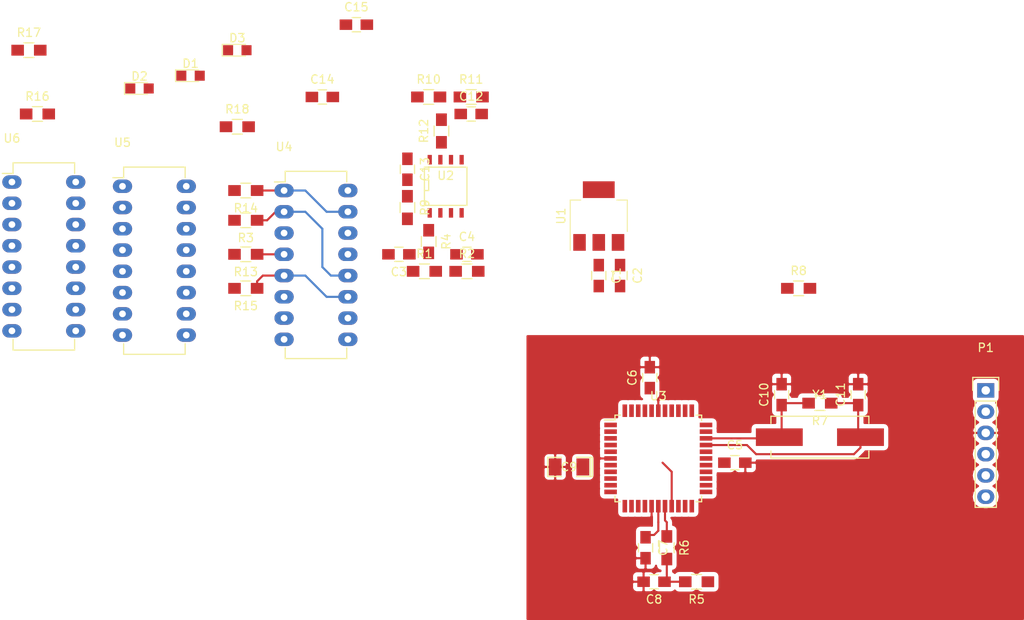
<source format=kicad_pcb>
(kicad_pcb (version 4) (host pcbnew 4.0.5-e0-6337~49~ubuntu16.04.1)

  (general
    (links 92)
    (no_connects 65)
    (area 0 0 0 0)
    (thickness 1.6)
    (drawings 0)
    (tracks 53)
    (zones 0)
    (modules 44)
    (nets 93)
  )

  (page A4)
  (layers
    (0 F.Cu signal)
    (31 B.Cu signal)
    (32 B.Adhes user)
    (33 F.Adhes user)
    (34 B.Paste user)
    (35 F.Paste user)
    (36 B.SilkS user)
    (37 F.SilkS user)
    (38 B.Mask user)
    (39 F.Mask user)
    (40 Dwgs.User user)
    (41 Cmts.User user)
    (42 Eco1.User user)
    (43 Eco2.User user)
    (44 Edge.Cuts user)
    (45 Margin user)
    (46 B.CrtYd user)
    (47 F.CrtYd user hide)
    (48 B.Fab user)
    (49 F.Fab user hide)
  )

  (setup
    (last_trace_width 0.25)
    (trace_clearance 0.2)
    (zone_clearance 0.508)
    (zone_45_only no)
    (trace_min 0.2)
    (segment_width 0.2)
    (edge_width 0.15)
    (via_size 0.6)
    (via_drill 0.4)
    (via_min_size 0.4)
    (via_min_drill 0.3)
    (uvia_size 0.3)
    (uvia_drill 0.1)
    (uvias_allowed no)
    (uvia_min_size 0.2)
    (uvia_min_drill 0.1)
    (pcb_text_width 0.3)
    (pcb_text_size 1.5 1.5)
    (mod_edge_width 0.15)
    (mod_text_size 1 1)
    (mod_text_width 0.15)
    (pad_size 1.524 1.524)
    (pad_drill 0.762)
    (pad_to_mask_clearance 0.2)
    (aux_axis_origin 0 0)
    (visible_elements FFFFFFBF)
    (pcbplotparams
      (layerselection 0x00030_80000001)
      (usegerberextensions false)
      (excludeedgelayer true)
      (linewidth 0.100000)
      (plotframeref false)
      (viasonmask false)
      (mode 1)
      (useauxorigin false)
      (hpglpennumber 1)
      (hpglpenspeed 20)
      (hpglpendiameter 15)
      (hpglpenoverlay 2)
      (psnegative false)
      (psa4output false)
      (plotreference true)
      (plotvalue true)
      (plotinvisibletext false)
      (padsonsilk false)
      (subtractmaskfromsilk false)
      (outputformat 1)
      (mirror false)
      (drillshape 1)
      (scaleselection 1)
      (outputdirectory ""))
  )

  (net 0 "")
  (net 1 "Net-(C2-Pad1)")
  (net 2 "Net-(C3-Pad2)")
  (net 3 "Net-(C4-Pad1)")
  (net 4 GND)
  (net 5 "Net-(C5-Pad1)")
  (net 6 "Net-(C6-Pad1)")
  (net 7 "Net-(C7-Pad1)")
  (net 8 /Digital/MCLR)
  (net 9 "Net-(C9-Pad1)")
  (net 10 "Net-(C10-Pad1)")
  (net 11 "Net-(C11-Pad1)")
  (net 12 /Digital/p3v3)
  (net 13 /Digital/ICSP_PGED)
  (net 14 /Digital/ICSP_PGEC)
  (net 15 "Net-(P1-Pad6)")
  (net 16 +5V)
  (net 17 "Net-(R6-Pad1)")
  (net 18 "Net-(U3-Pad1)")
  (net 19 "Net-(U3-Pad5)")
  (net 20 "Net-(U3-Pad8)")
  (net 21 "Net-(U3-Pad9)")
  (net 22 "Net-(U3-Pad10)")
  (net 23 "Net-(U3-Pad11)")
  (net 24 "Net-(U3-Pad12)")
  (net 25 "Net-(U3-Pad13)")
  (net 26 "Net-(U3-Pad14)")
  (net 27 "Net-(U3-Pad15)")
  (net 28 "Net-(U3-Pad20)")
  (net 29 "Net-(U3-Pad21)")
  (net 30 "Net-(U3-Pad22)")
  (net 31 "Net-(U3-Pad23)")
  (net 32 "Net-(U3-Pad24)")
  (net 33 "Net-(U3-Pad25)")
  (net 34 "Net-(U3-Pad26)")
  (net 35 "Net-(U3-Pad27)")
  (net 36 "Net-(U3-Pad32)")
  (net 37 "Net-(U3-Pad33)")
  (net 38 "Net-(U3-Pad34)")
  (net 39 "Net-(U3-Pad35)")
  (net 40 "Net-(U3-Pad36)")
  (net 41 "Net-(U3-Pad37)")
  (net 42 "Net-(U3-Pad38)")
  (net 43 "Net-(U3-Pad41)")
  (net 44 "Net-(U3-Pad42)")
  (net 45 "Net-(U3-Pad43)")
  (net 46 "Net-(U3-Pad44)")
  (net 47 "Net-(C12-Pad1)")
  (net 48 "Net-(C13-Pad1)")
  (net 49 "Net-(C13-Pad2)")
  (net 50 "Net-(R3-Pad2)")
  (net 51 "Net-(R3-Pad1)")
  (net 52 "Net-(R13-Pad1)")
  (net 53 "Net-(R13-Pad2)")
  (net 54 "Net-(R14-Pad1)")
  (net 55 "Net-(R14-Pad2)")
  (net 56 "Net-(R15-Pad1)")
  (net 57 "Net-(R15-Pad2)")
  (net 58 "Net-(U4-Pad6)")
  (net 59 VSS)
  (net 60 "Net-(U4-Pad9)")
  (net 61 "Net-(U4-Pad10)")
  (net 62 VDD)
  (net 63 "Net-(U5-Pad1)")
  (net 64 "Net-(U5-Pad2)")
  (net 65 "Net-(U5-Pad5)")
  (net 66 "Net-(U5-Pad6)")
  (net 67 "Net-(U5-Pad7)")
  (net 68 "Net-(U5-Pad9)")
  (net 69 "Net-(U5-Pad10)")
  (net 70 "Net-(U5-Pad12)")
  (net 71 "Net-(U5-Pad13)")
  (net 72 "Net-(U5-Pad15)")
  (net 73 VCC)
  (net 74 "Net-(U6-Pad1)")
  (net 75 "Net-(U6-Pad2)")
  (net 76 "Net-(U6-Pad5)")
  (net 77 "Net-(U6-Pad6)")
  (net 78 "Net-(U6-Pad7)")
  (net 79 "Net-(U6-Pad9)")
  (net 80 "Net-(U6-Pad10)")
  (net 81 "Net-(U6-Pad12)")
  (net 82 "Net-(U6-Pad13)")
  (net 83 "Net-(U6-Pad15)")
  (net 84 "Net-(C14-Pad2)")
  (net 85 "Net-(C14-Pad1)")
  (net 86 /Analog/ADC)
  (net 87 "Net-(D1-Pad1)")
  (net 88 "Net-(D2-Pad1)")
  (net 89 "Net-(D3-Pad1)")
  (net 90 /Digital/RUN)
  (net 91 /Digital/ERROR)
  (net 92 /Digital/OK)

  (net_class Default "This is the default net class."
    (clearance 0.2)
    (trace_width 0.25)
    (via_dia 0.6)
    (via_drill 0.4)
    (uvia_dia 0.3)
    (uvia_drill 0.1)
    (add_net +5V)
    (add_net /Analog/ADC)
    (add_net /Digital/ERROR)
    (add_net /Digital/ICSP_PGEC)
    (add_net /Digital/ICSP_PGED)
    (add_net /Digital/MCLR)
    (add_net /Digital/OK)
    (add_net /Digital/RUN)
    (add_net /Digital/p3v3)
    (add_net GND)
    (add_net "Net-(C10-Pad1)")
    (add_net "Net-(C11-Pad1)")
    (add_net "Net-(C12-Pad1)")
    (add_net "Net-(C13-Pad1)")
    (add_net "Net-(C13-Pad2)")
    (add_net "Net-(C14-Pad1)")
    (add_net "Net-(C14-Pad2)")
    (add_net "Net-(C2-Pad1)")
    (add_net "Net-(C3-Pad2)")
    (add_net "Net-(C4-Pad1)")
    (add_net "Net-(C5-Pad1)")
    (add_net "Net-(C6-Pad1)")
    (add_net "Net-(C7-Pad1)")
    (add_net "Net-(C9-Pad1)")
    (add_net "Net-(D1-Pad1)")
    (add_net "Net-(D2-Pad1)")
    (add_net "Net-(D3-Pad1)")
    (add_net "Net-(P1-Pad6)")
    (add_net "Net-(R13-Pad1)")
    (add_net "Net-(R13-Pad2)")
    (add_net "Net-(R14-Pad1)")
    (add_net "Net-(R14-Pad2)")
    (add_net "Net-(R15-Pad1)")
    (add_net "Net-(R15-Pad2)")
    (add_net "Net-(R3-Pad1)")
    (add_net "Net-(R3-Pad2)")
    (add_net "Net-(R6-Pad1)")
    (add_net "Net-(U3-Pad1)")
    (add_net "Net-(U3-Pad10)")
    (add_net "Net-(U3-Pad11)")
    (add_net "Net-(U3-Pad12)")
    (add_net "Net-(U3-Pad13)")
    (add_net "Net-(U3-Pad14)")
    (add_net "Net-(U3-Pad15)")
    (add_net "Net-(U3-Pad20)")
    (add_net "Net-(U3-Pad21)")
    (add_net "Net-(U3-Pad22)")
    (add_net "Net-(U3-Pad23)")
    (add_net "Net-(U3-Pad24)")
    (add_net "Net-(U3-Pad25)")
    (add_net "Net-(U3-Pad26)")
    (add_net "Net-(U3-Pad27)")
    (add_net "Net-(U3-Pad32)")
    (add_net "Net-(U3-Pad33)")
    (add_net "Net-(U3-Pad34)")
    (add_net "Net-(U3-Pad35)")
    (add_net "Net-(U3-Pad36)")
    (add_net "Net-(U3-Pad37)")
    (add_net "Net-(U3-Pad38)")
    (add_net "Net-(U3-Pad41)")
    (add_net "Net-(U3-Pad42)")
    (add_net "Net-(U3-Pad43)")
    (add_net "Net-(U3-Pad44)")
    (add_net "Net-(U3-Pad5)")
    (add_net "Net-(U3-Pad8)")
    (add_net "Net-(U3-Pad9)")
    (add_net "Net-(U4-Pad10)")
    (add_net "Net-(U4-Pad6)")
    (add_net "Net-(U4-Pad9)")
    (add_net "Net-(U5-Pad1)")
    (add_net "Net-(U5-Pad10)")
    (add_net "Net-(U5-Pad12)")
    (add_net "Net-(U5-Pad13)")
    (add_net "Net-(U5-Pad15)")
    (add_net "Net-(U5-Pad2)")
    (add_net "Net-(U5-Pad5)")
    (add_net "Net-(U5-Pad6)")
    (add_net "Net-(U5-Pad7)")
    (add_net "Net-(U5-Pad9)")
    (add_net "Net-(U6-Pad1)")
    (add_net "Net-(U6-Pad10)")
    (add_net "Net-(U6-Pad12)")
    (add_net "Net-(U6-Pad13)")
    (add_net "Net-(U6-Pad15)")
    (add_net "Net-(U6-Pad2)")
    (add_net "Net-(U6-Pad5)")
    (add_net "Net-(U6-Pad6)")
    (add_net "Net-(U6-Pad7)")
    (add_net "Net-(U6-Pad9)")
    (add_net VCC)
    (add_net VDD)
    (add_net VSS)
  )

  (module Capacitors_SMD:C_0805_HandSoldering (layer F.Cu) (tedit 541A9B8D) (tstamp 584C062B)
    (at 156.972 109.22)
    (descr "Capacitor SMD 0805, hand soldering")
    (tags "capacitor 0805")
    (path /57FA5DF6/584BF04E)
    (attr smd)
    (fp_text reference C5 (at 0 -2.1) (layer F.SilkS)
      (effects (font (size 1 1) (thickness 0.15)))
    )
    (fp_text value 100n (at 0 2.1) (layer F.Fab)
      (effects (font (size 1 1) (thickness 0.15)))
    )
    (fp_line (start -1 0.625) (end -1 -0.625) (layer F.Fab) (width 0.15))
    (fp_line (start 1 0.625) (end -1 0.625) (layer F.Fab) (width 0.15))
    (fp_line (start 1 -0.625) (end 1 0.625) (layer F.Fab) (width 0.15))
    (fp_line (start -1 -0.625) (end 1 -0.625) (layer F.Fab) (width 0.15))
    (fp_line (start -2.3 -1) (end 2.3 -1) (layer F.CrtYd) (width 0.05))
    (fp_line (start -2.3 1) (end 2.3 1) (layer F.CrtYd) (width 0.05))
    (fp_line (start -2.3 -1) (end -2.3 1) (layer F.CrtYd) (width 0.05))
    (fp_line (start 2.3 -1) (end 2.3 1) (layer F.CrtYd) (width 0.05))
    (fp_line (start 0.5 -0.85) (end -0.5 -0.85) (layer F.SilkS) (width 0.15))
    (fp_line (start -0.5 0.85) (end 0.5 0.85) (layer F.SilkS) (width 0.15))
    (pad 1 smd rect (at -1.25 0) (size 1.5 1.25) (layers F.Cu F.Paste F.Mask)
      (net 5 "Net-(C5-Pad1)"))
    (pad 2 smd rect (at 1.25 0) (size 1.5 1.25) (layers F.Cu F.Paste F.Mask)
      (net 4 GND))
    (model Capacitors_SMD.3dshapes/C_0805_HandSoldering.wrl
      (at (xyz 0 0 0))
      (scale (xyz 1 1 1))
      (rotate (xyz 0 0 0))
    )
  )

  (module Crystals:Crystal_HC49-SD_SMD (layer F.Cu) (tedit 58651DA0) (tstamp 584C426D)
    (at 167.132 106.172)
    (descr "Crystal Quarz HC49-SD SMD")
    (tags "Crystal Quarz HC49-SD SMD")
    (path /57FA5DF6/584BFBB0)
    (attr smd)
    (fp_text reference Y1 (at 0 -5.08) (layer F.SilkS)
      (effects (font (size 1 1) (thickness 0.15)))
    )
    (fp_text value "10.24 MHz" (at 0 3.556) (layer F.Fab)
      (effects (font (size 1 1) (thickness 0.15)))
    )
    (fp_circle (center 0 0) (end 0.8509 0) (layer F.Adhes) (width 0.381))
    (fp_circle (center 0 0) (end 0.50038 0) (layer F.Adhes) (width 0.381))
    (fp_circle (center 0 0) (end 0.14986 0.0508) (layer F.Adhes) (width 0.381))
    (fp_line (start -5.84962 2.49936) (end 5.84962 2.49936) (layer F.SilkS) (width 0.15))
    (fp_line (start 5.84962 -2.49936) (end -5.84962 -2.49936) (layer F.SilkS) (width 0.15))
    (fp_line (start 5.84962 2.49936) (end 5.84962 1.651) (layer F.SilkS) (width 0.15))
    (fp_line (start 5.84962 -2.49936) (end 5.84962 -1.651) (layer F.SilkS) (width 0.15))
    (fp_line (start -5.84962 2.49936) (end -5.84962 1.651) (layer F.SilkS) (width 0.15))
    (fp_line (start -5.84962 -2.49936) (end -5.84962 -1.651) (layer F.SilkS) (width 0.15))
    (pad 1 smd rect (at -4.84886 0) (size 5.6007 2.10058) (layers F.Cu F.Paste F.Mask)
      (net 10 "Net-(C10-Pad1)"))
    (pad 2 smd rect (at 4.84886 0) (size 5.6007 2.10058) (layers F.Cu F.Paste F.Mask)
      (net 11 "Net-(C11-Pad1)"))
  )

  (module Capacitors_SMD:C_0805_HandSoldering (layer F.Cu) (tedit 541A9B8D) (tstamp 584C0613)
    (at 140.716 86.868 270)
    (descr "Capacitor SMD 0805, hand soldering")
    (tags "capacitor 0805")
    (path /57FA5DAC/57FA730B)
    (attr smd)
    (fp_text reference C1 (at 0 -2.1 270) (layer F.SilkS)
      (effects (font (size 1 1) (thickness 0.15)))
    )
    (fp_text value C (at 0 2.1 270) (layer F.Fab)
      (effects (font (size 1 1) (thickness 0.15)))
    )
    (fp_line (start -1 0.625) (end -1 -0.625) (layer F.Fab) (width 0.15))
    (fp_line (start 1 0.625) (end -1 0.625) (layer F.Fab) (width 0.15))
    (fp_line (start 1 -0.625) (end 1 0.625) (layer F.Fab) (width 0.15))
    (fp_line (start -1 -0.625) (end 1 -0.625) (layer F.Fab) (width 0.15))
    (fp_line (start -2.3 -1) (end 2.3 -1) (layer F.CrtYd) (width 0.05))
    (fp_line (start -2.3 1) (end 2.3 1) (layer F.CrtYd) (width 0.05))
    (fp_line (start -2.3 -1) (end -2.3 1) (layer F.CrtYd) (width 0.05))
    (fp_line (start 2.3 -1) (end 2.3 1) (layer F.CrtYd) (width 0.05))
    (fp_line (start 0.5 -0.85) (end -0.5 -0.85) (layer F.SilkS) (width 0.15))
    (fp_line (start -0.5 0.85) (end 0.5 0.85) (layer F.SilkS) (width 0.15))
    (pad 1 smd rect (at -1.25 0 270) (size 1.5 1.25) (layers F.Cu F.Paste F.Mask)
      (net 12 /Digital/p3v3))
    (pad 2 smd rect (at 1.25 0 270) (size 1.5 1.25) (layers F.Cu F.Paste F.Mask)
      (net 4 GND))
    (model Capacitors_SMD.3dshapes/C_0805_HandSoldering.wrl
      (at (xyz 0 0 0))
      (scale (xyz 1 1 1))
      (rotate (xyz 0 0 0))
    )
  )

  (module Capacitors_SMD:C_0805_HandSoldering (layer F.Cu) (tedit 541A9B8D) (tstamp 584C0619)
    (at 143.256 86.868 270)
    (descr "Capacitor SMD 0805, hand soldering")
    (tags "capacitor 0805")
    (path /57FA5DAC/57FA73F2)
    (attr smd)
    (fp_text reference C2 (at 0 -2.1 270) (layer F.SilkS)
      (effects (font (size 1 1) (thickness 0.15)))
    )
    (fp_text value C (at 0 2.1 270) (layer F.Fab)
      (effects (font (size 1 1) (thickness 0.15)))
    )
    (fp_line (start -1 0.625) (end -1 -0.625) (layer F.Fab) (width 0.15))
    (fp_line (start 1 0.625) (end -1 0.625) (layer F.Fab) (width 0.15))
    (fp_line (start 1 -0.625) (end 1 0.625) (layer F.Fab) (width 0.15))
    (fp_line (start -1 -0.625) (end 1 -0.625) (layer F.Fab) (width 0.15))
    (fp_line (start -2.3 -1) (end 2.3 -1) (layer F.CrtYd) (width 0.05))
    (fp_line (start -2.3 1) (end 2.3 1) (layer F.CrtYd) (width 0.05))
    (fp_line (start -2.3 -1) (end -2.3 1) (layer F.CrtYd) (width 0.05))
    (fp_line (start 2.3 -1) (end 2.3 1) (layer F.CrtYd) (width 0.05))
    (fp_line (start 0.5 -0.85) (end -0.5 -0.85) (layer F.SilkS) (width 0.15))
    (fp_line (start -0.5 0.85) (end 0.5 0.85) (layer F.SilkS) (width 0.15))
    (pad 1 smd rect (at -1.25 0 270) (size 1.5 1.25) (layers F.Cu F.Paste F.Mask)
      (net 1 "Net-(C2-Pad1)"))
    (pad 2 smd rect (at 1.25 0 270) (size 1.5 1.25) (layers F.Cu F.Paste F.Mask)
      (net 4 GND))
    (model Capacitors_SMD.3dshapes/C_0805_HandSoldering.wrl
      (at (xyz 0 0 0))
      (scale (xyz 1 1 1))
      (rotate (xyz 0 0 0))
    )
  )

  (module Capacitors_SMD:C_0805_HandSoldering (layer F.Cu) (tedit 541A9B8D) (tstamp 584C061F)
    (at 116.84 84.328 180)
    (descr "Capacitor SMD 0805, hand soldering")
    (tags "capacitor 0805")
    (path /57FA5DCE/5803CB46)
    (attr smd)
    (fp_text reference C3 (at 0 -2.1 180) (layer F.SilkS)
      (effects (font (size 1 1) (thickness 0.15)))
    )
    (fp_text value C (at 0 2.1 180) (layer F.Fab)
      (effects (font (size 1 1) (thickness 0.15)))
    )
    (fp_line (start -1 0.625) (end -1 -0.625) (layer F.Fab) (width 0.15))
    (fp_line (start 1 0.625) (end -1 0.625) (layer F.Fab) (width 0.15))
    (fp_line (start 1 -0.625) (end 1 0.625) (layer F.Fab) (width 0.15))
    (fp_line (start -1 -0.625) (end 1 -0.625) (layer F.Fab) (width 0.15))
    (fp_line (start -2.3 -1) (end 2.3 -1) (layer F.CrtYd) (width 0.05))
    (fp_line (start -2.3 1) (end 2.3 1) (layer F.CrtYd) (width 0.05))
    (fp_line (start -2.3 -1) (end -2.3 1) (layer F.CrtYd) (width 0.05))
    (fp_line (start 2.3 -1) (end 2.3 1) (layer F.CrtYd) (width 0.05))
    (fp_line (start 0.5 -0.85) (end -0.5 -0.85) (layer F.SilkS) (width 0.15))
    (fp_line (start -0.5 0.85) (end 0.5 0.85) (layer F.SilkS) (width 0.15))
    (pad 1 smd rect (at -1.25 0 180) (size 1.5 1.25) (layers F.Cu F.Paste F.Mask)
      (net 84 "Net-(C14-Pad2)"))
    (pad 2 smd rect (at 1.25 0 180) (size 1.5 1.25) (layers F.Cu F.Paste F.Mask)
      (net 2 "Net-(C3-Pad2)"))
    (model Capacitors_SMD.3dshapes/C_0805_HandSoldering.wrl
      (at (xyz 0 0 0))
      (scale (xyz 1 1 1))
      (rotate (xyz 0 0 0))
    )
  )

  (module Capacitors_SMD:C_0805_HandSoldering (layer F.Cu) (tedit 541A9B8D) (tstamp 584C0625)
    (at 124.968 84.328)
    (descr "Capacitor SMD 0805, hand soldering")
    (tags "capacitor 0805")
    (path /57FA5DCE/5803CBBF)
    (attr smd)
    (fp_text reference C4 (at 0 -2.1) (layer F.SilkS)
      (effects (font (size 1 1) (thickness 0.15)))
    )
    (fp_text value 100n (at 0 2.1) (layer F.Fab)
      (effects (font (size 1 1) (thickness 0.15)))
    )
    (fp_line (start -1 0.625) (end -1 -0.625) (layer F.Fab) (width 0.15))
    (fp_line (start 1 0.625) (end -1 0.625) (layer F.Fab) (width 0.15))
    (fp_line (start 1 -0.625) (end 1 0.625) (layer F.Fab) (width 0.15))
    (fp_line (start -1 -0.625) (end 1 -0.625) (layer F.Fab) (width 0.15))
    (fp_line (start -2.3 -1) (end 2.3 -1) (layer F.CrtYd) (width 0.05))
    (fp_line (start -2.3 1) (end 2.3 1) (layer F.CrtYd) (width 0.05))
    (fp_line (start -2.3 -1) (end -2.3 1) (layer F.CrtYd) (width 0.05))
    (fp_line (start 2.3 -1) (end 2.3 1) (layer F.CrtYd) (width 0.05))
    (fp_line (start 0.5 -0.85) (end -0.5 -0.85) (layer F.SilkS) (width 0.15))
    (fp_line (start -0.5 0.85) (end 0.5 0.85) (layer F.SilkS) (width 0.15))
    (pad 1 smd rect (at -1.25 0) (size 1.5 1.25) (layers F.Cu F.Paste F.Mask)
      (net 3 "Net-(C4-Pad1)"))
    (pad 2 smd rect (at 1.25 0) (size 1.5 1.25) (layers F.Cu F.Paste F.Mask)
      (net 4 GND))
    (model Capacitors_SMD.3dshapes/C_0805_HandSoldering.wrl
      (at (xyz 0 0 0))
      (scale (xyz 1 1 1))
      (rotate (xyz 0 0 0))
    )
  )

  (module Capacitors_SMD:C_0805_HandSoldering (layer F.Cu) (tedit 541A9B8D) (tstamp 584C0631)
    (at 146.812 99.06 90)
    (descr "Capacitor SMD 0805, hand soldering")
    (tags "capacitor 0805")
    (path /57FA5DF6/584BF005)
    (attr smd)
    (fp_text reference C6 (at 0 -2.1 90) (layer F.SilkS)
      (effects (font (size 1 1) (thickness 0.15)))
    )
    (fp_text value 100n (at 0 2.1 90) (layer F.Fab)
      (effects (font (size 1 1) (thickness 0.15)))
    )
    (fp_line (start -1 0.625) (end -1 -0.625) (layer F.Fab) (width 0.15))
    (fp_line (start 1 0.625) (end -1 0.625) (layer F.Fab) (width 0.15))
    (fp_line (start 1 -0.625) (end 1 0.625) (layer F.Fab) (width 0.15))
    (fp_line (start -1 -0.625) (end 1 -0.625) (layer F.Fab) (width 0.15))
    (fp_line (start -2.3 -1) (end 2.3 -1) (layer F.CrtYd) (width 0.05))
    (fp_line (start -2.3 1) (end 2.3 1) (layer F.CrtYd) (width 0.05))
    (fp_line (start -2.3 -1) (end -2.3 1) (layer F.CrtYd) (width 0.05))
    (fp_line (start 2.3 -1) (end 2.3 1) (layer F.CrtYd) (width 0.05))
    (fp_line (start 0.5 -0.85) (end -0.5 -0.85) (layer F.SilkS) (width 0.15))
    (fp_line (start -0.5 0.85) (end 0.5 0.85) (layer F.SilkS) (width 0.15))
    (pad 1 smd rect (at -1.25 0 90) (size 1.5 1.25) (layers F.Cu F.Paste F.Mask)
      (net 6 "Net-(C6-Pad1)"))
    (pad 2 smd rect (at 1.25 0 90) (size 1.5 1.25) (layers F.Cu F.Paste F.Mask)
      (net 4 GND))
    (model Capacitors_SMD.3dshapes/C_0805_HandSoldering.wrl
      (at (xyz 0 0 0))
      (scale (xyz 1 1 1))
      (rotate (xyz 0 0 0))
    )
  )

  (module Capacitors_SMD:C_0805_HandSoldering (layer F.Cu) (tedit 541A9B8D) (tstamp 584C0637)
    (at 146.304 119.38 270)
    (descr "Capacitor SMD 0805, hand soldering")
    (tags "capacitor 0805")
    (path /57FA5DF6/584BEF76)
    (attr smd)
    (fp_text reference C7 (at 0 -2.1 270) (layer F.SilkS)
      (effects (font (size 1 1) (thickness 0.15)))
    )
    (fp_text value 100n (at 0 2.1 270) (layer F.Fab)
      (effects (font (size 1 1) (thickness 0.15)))
    )
    (fp_line (start -1 0.625) (end -1 -0.625) (layer F.Fab) (width 0.15))
    (fp_line (start 1 0.625) (end -1 0.625) (layer F.Fab) (width 0.15))
    (fp_line (start 1 -0.625) (end 1 0.625) (layer F.Fab) (width 0.15))
    (fp_line (start -1 -0.625) (end 1 -0.625) (layer F.Fab) (width 0.15))
    (fp_line (start -2.3 -1) (end 2.3 -1) (layer F.CrtYd) (width 0.05))
    (fp_line (start -2.3 1) (end 2.3 1) (layer F.CrtYd) (width 0.05))
    (fp_line (start -2.3 -1) (end -2.3 1) (layer F.CrtYd) (width 0.05))
    (fp_line (start 2.3 -1) (end 2.3 1) (layer F.CrtYd) (width 0.05))
    (fp_line (start 0.5 -0.85) (end -0.5 -0.85) (layer F.SilkS) (width 0.15))
    (fp_line (start -0.5 0.85) (end 0.5 0.85) (layer F.SilkS) (width 0.15))
    (pad 1 smd rect (at -1.25 0 270) (size 1.5 1.25) (layers F.Cu F.Paste F.Mask)
      (net 7 "Net-(C7-Pad1)"))
    (pad 2 smd rect (at 1.25 0 270) (size 1.5 1.25) (layers F.Cu F.Paste F.Mask)
      (net 4 GND))
    (model Capacitors_SMD.3dshapes/C_0805_HandSoldering.wrl
      (at (xyz 0 0 0))
      (scale (xyz 1 1 1))
      (rotate (xyz 0 0 0))
    )
  )

  (module Capacitors_SMD:C_0805_HandSoldering (layer F.Cu) (tedit 541A9B8D) (tstamp 584C063D)
    (at 147.32 123.444 180)
    (descr "Capacitor SMD 0805, hand soldering")
    (tags "capacitor 0805")
    (path /57FA5DF6/584BF4CF)
    (attr smd)
    (fp_text reference C8 (at 0 -2.1 180) (layer F.SilkS)
      (effects (font (size 1 1) (thickness 0.15)))
    )
    (fp_text value 100n (at 0 2.1 180) (layer F.Fab)
      (effects (font (size 1 1) (thickness 0.15)))
    )
    (fp_line (start -1 0.625) (end -1 -0.625) (layer F.Fab) (width 0.15))
    (fp_line (start 1 0.625) (end -1 0.625) (layer F.Fab) (width 0.15))
    (fp_line (start 1 -0.625) (end 1 0.625) (layer F.Fab) (width 0.15))
    (fp_line (start -1 -0.625) (end 1 -0.625) (layer F.Fab) (width 0.15))
    (fp_line (start -2.3 -1) (end 2.3 -1) (layer F.CrtYd) (width 0.05))
    (fp_line (start -2.3 1) (end 2.3 1) (layer F.CrtYd) (width 0.05))
    (fp_line (start -2.3 -1) (end -2.3 1) (layer F.CrtYd) (width 0.05))
    (fp_line (start 2.3 -1) (end 2.3 1) (layer F.CrtYd) (width 0.05))
    (fp_line (start 0.5 -0.85) (end -0.5 -0.85) (layer F.SilkS) (width 0.15))
    (fp_line (start -0.5 0.85) (end 0.5 0.85) (layer F.SilkS) (width 0.15))
    (pad 1 smd rect (at -1.25 0 180) (size 1.5 1.25) (layers F.Cu F.Paste F.Mask)
      (net 8 /Digital/MCLR))
    (pad 2 smd rect (at 1.25 0 180) (size 1.5 1.25) (layers F.Cu F.Paste F.Mask)
      (net 4 GND))
    (model Capacitors_SMD.3dshapes/C_0805_HandSoldering.wrl
      (at (xyz 0 0 0))
      (scale (xyz 1 1 1))
      (rotate (xyz 0 0 0))
    )
  )

  (module SMD_Packages:SMD-1206_Pol (layer F.Cu) (tedit 0) (tstamp 584C064C)
    (at 137.16 109.728 180)
    (path /57FA5DF6/584BF368)
    (attr smd)
    (fp_text reference C9 (at 0 0 180) (layer F.SilkS)
      (effects (font (size 1 1) (thickness 0.15)))
    )
    (fp_text value "10u tant." (at 0 0 180) (layer F.Fab)
      (effects (font (size 1 1) (thickness 0.15)))
    )
    (fp_line (start -2.54 -1.143) (end -2.794 -1.143) (layer F.SilkS) (width 0.15))
    (fp_line (start -2.794 -1.143) (end -2.794 1.143) (layer F.SilkS) (width 0.15))
    (fp_line (start -2.794 1.143) (end -2.54 1.143) (layer F.SilkS) (width 0.15))
    (fp_line (start -2.54 -1.143) (end -2.54 1.143) (layer F.SilkS) (width 0.15))
    (fp_line (start -2.54 1.143) (end -0.889 1.143) (layer F.SilkS) (width 0.15))
    (fp_line (start 0.889 -1.143) (end 2.54 -1.143) (layer F.SilkS) (width 0.15))
    (fp_line (start 2.54 -1.143) (end 2.54 1.143) (layer F.SilkS) (width 0.15))
    (fp_line (start 2.54 1.143) (end 0.889 1.143) (layer F.SilkS) (width 0.15))
    (fp_line (start -0.889 -1.143) (end -2.54 -1.143) (layer F.SilkS) (width 0.15))
    (pad 1 smd rect (at -1.651 0 180) (size 1.524 2.032) (layers F.Cu F.Paste F.Mask)
      (net 9 "Net-(C9-Pad1)"))
    (pad 2 smd rect (at 1.651 0 180) (size 1.524 2.032) (layers F.Cu F.Paste F.Mask)
      (net 4 GND))
    (model SMD_Packages.3dshapes/SMD-1206_Pol.wrl
      (at (xyz 0 0 0))
      (scale (xyz 0.17 0.16 0.16))
      (rotate (xyz 0 0 0))
    )
  )

  (module Capacitors_SMD:C_0805_HandSoldering (layer F.Cu) (tedit 541A9B8D) (tstamp 584C0652)
    (at 162.56 101.092 90)
    (descr "Capacitor SMD 0805, hand soldering")
    (tags "capacitor 0805")
    (path /57FA5DF6/584BFD86)
    (attr smd)
    (fp_text reference C10 (at 0 -2.1 90) (layer F.SilkS)
      (effects (font (size 1 1) (thickness 0.15)))
    )
    (fp_text value 20p (at 0 2.1 90) (layer F.Fab)
      (effects (font (size 1 1) (thickness 0.15)))
    )
    (fp_line (start -1 0.625) (end -1 -0.625) (layer F.Fab) (width 0.15))
    (fp_line (start 1 0.625) (end -1 0.625) (layer F.Fab) (width 0.15))
    (fp_line (start 1 -0.625) (end 1 0.625) (layer F.Fab) (width 0.15))
    (fp_line (start -1 -0.625) (end 1 -0.625) (layer F.Fab) (width 0.15))
    (fp_line (start -2.3 -1) (end 2.3 -1) (layer F.CrtYd) (width 0.05))
    (fp_line (start -2.3 1) (end 2.3 1) (layer F.CrtYd) (width 0.05))
    (fp_line (start -2.3 -1) (end -2.3 1) (layer F.CrtYd) (width 0.05))
    (fp_line (start 2.3 -1) (end 2.3 1) (layer F.CrtYd) (width 0.05))
    (fp_line (start 0.5 -0.85) (end -0.5 -0.85) (layer F.SilkS) (width 0.15))
    (fp_line (start -0.5 0.85) (end 0.5 0.85) (layer F.SilkS) (width 0.15))
    (pad 1 smd rect (at -1.25 0 90) (size 1.5 1.25) (layers F.Cu F.Paste F.Mask)
      (net 10 "Net-(C10-Pad1)"))
    (pad 2 smd rect (at 1.25 0 90) (size 1.5 1.25) (layers F.Cu F.Paste F.Mask)
      (net 4 GND))
    (model Capacitors_SMD.3dshapes/C_0805_HandSoldering.wrl
      (at (xyz 0 0 0))
      (scale (xyz 1 1 1))
      (rotate (xyz 0 0 0))
    )
  )

  (module Capacitors_SMD:C_0805_HandSoldering (layer F.Cu) (tedit 541A9B8D) (tstamp 584C0658)
    (at 171.704 101.092 90)
    (descr "Capacitor SMD 0805, hand soldering")
    (tags "capacitor 0805")
    (path /57FA5DF6/584BFD3B)
    (attr smd)
    (fp_text reference C11 (at 0 -2.1 90) (layer F.SilkS)
      (effects (font (size 1 1) (thickness 0.15)))
    )
    (fp_text value 20p (at 0 2.1 90) (layer F.Fab)
      (effects (font (size 1 1) (thickness 0.15)))
    )
    (fp_line (start -1 0.625) (end -1 -0.625) (layer F.Fab) (width 0.15))
    (fp_line (start 1 0.625) (end -1 0.625) (layer F.Fab) (width 0.15))
    (fp_line (start 1 -0.625) (end 1 0.625) (layer F.Fab) (width 0.15))
    (fp_line (start -1 -0.625) (end 1 -0.625) (layer F.Fab) (width 0.15))
    (fp_line (start -2.3 -1) (end 2.3 -1) (layer F.CrtYd) (width 0.05))
    (fp_line (start -2.3 1) (end 2.3 1) (layer F.CrtYd) (width 0.05))
    (fp_line (start -2.3 -1) (end -2.3 1) (layer F.CrtYd) (width 0.05))
    (fp_line (start 2.3 -1) (end 2.3 1) (layer F.CrtYd) (width 0.05))
    (fp_line (start 0.5 -0.85) (end -0.5 -0.85) (layer F.SilkS) (width 0.15))
    (fp_line (start -0.5 0.85) (end 0.5 0.85) (layer F.SilkS) (width 0.15))
    (pad 1 smd rect (at -1.25 0 90) (size 1.5 1.25) (layers F.Cu F.Paste F.Mask)
      (net 11 "Net-(C11-Pad1)"))
    (pad 2 smd rect (at 1.25 0 90) (size 1.5 1.25) (layers F.Cu F.Paste F.Mask)
      (net 4 GND))
    (model Capacitors_SMD.3dshapes/C_0805_HandSoldering.wrl
      (at (xyz 0 0 0))
      (scale (xyz 1 1 1))
      (rotate (xyz 0 0 0))
    )
  )

  (module Pin_Headers:Pin_Header_Straight_1x06 (layer F.Cu) (tedit 0) (tstamp 584C0662)
    (at 186.944 100.584)
    (descr "Through hole pin header")
    (tags "pin header")
    (path /57FA5DF6/584C02F8)
    (fp_text reference P1 (at 0 -5.1) (layer F.SilkS)
      (effects (font (size 1 1) (thickness 0.15)))
    )
    (fp_text value CONN_01X06 (at 0 -3.1) (layer F.Fab)
      (effects (font (size 1 1) (thickness 0.15)))
    )
    (fp_line (start -1.75 -1.75) (end -1.75 14.45) (layer F.CrtYd) (width 0.05))
    (fp_line (start 1.75 -1.75) (end 1.75 14.45) (layer F.CrtYd) (width 0.05))
    (fp_line (start -1.75 -1.75) (end 1.75 -1.75) (layer F.CrtYd) (width 0.05))
    (fp_line (start -1.75 14.45) (end 1.75 14.45) (layer F.CrtYd) (width 0.05))
    (fp_line (start 1.27 1.27) (end 1.27 13.97) (layer F.SilkS) (width 0.15))
    (fp_line (start 1.27 13.97) (end -1.27 13.97) (layer F.SilkS) (width 0.15))
    (fp_line (start -1.27 13.97) (end -1.27 1.27) (layer F.SilkS) (width 0.15))
    (fp_line (start 1.55 -1.55) (end 1.55 0) (layer F.SilkS) (width 0.15))
    (fp_line (start 1.27 1.27) (end -1.27 1.27) (layer F.SilkS) (width 0.15))
    (fp_line (start -1.55 0) (end -1.55 -1.55) (layer F.SilkS) (width 0.15))
    (fp_line (start -1.55 -1.55) (end 1.55 -1.55) (layer F.SilkS) (width 0.15))
    (pad 1 thru_hole rect (at 0 0) (size 2.032 1.7272) (drill 1.016) (layers *.Cu *.Mask)
      (net 8 /Digital/MCLR))
    (pad 2 thru_hole oval (at 0 2.54) (size 2.032 1.7272) (drill 1.016) (layers *.Cu *.Mask)
      (net 12 /Digital/p3v3))
    (pad 3 thru_hole oval (at 0 5.08) (size 2.032 1.7272) (drill 1.016) (layers *.Cu *.Mask)
      (net 4 GND))
    (pad 4 thru_hole oval (at 0 7.62) (size 2.032 1.7272) (drill 1.016) (layers *.Cu *.Mask)
      (net 13 /Digital/ICSP_PGED))
    (pad 5 thru_hole oval (at 0 10.16) (size 2.032 1.7272) (drill 1.016) (layers *.Cu *.Mask)
      (net 14 /Digital/ICSP_PGEC))
    (pad 6 thru_hole oval (at 0 12.7) (size 2.032 1.7272) (drill 1.016) (layers *.Cu *.Mask)
      (net 15 "Net-(P1-Pad6)"))
    (model Pin_Headers.3dshapes/Pin_Header_Straight_1x06.wrl
      (at (xyz 0 -0.25 0))
      (scale (xyz 1 1 1))
      (rotate (xyz 0 0 90))
    )
  )

  (module Resistors_SMD:R_0805_HandSoldering (layer F.Cu) (tedit 58307B90) (tstamp 584C0668)
    (at 119.888 86.36)
    (descr "Resistor SMD 0805, hand soldering")
    (tags "resistor 0805")
    (path /57FA5DCE/5803C9FB)
    (attr smd)
    (fp_text reference R1 (at 0 -2.1) (layer F.SilkS)
      (effects (font (size 1 1) (thickness 0.15)))
    )
    (fp_text value 360k (at 0 2.1) (layer F.Fab)
      (effects (font (size 1 1) (thickness 0.15)))
    )
    (fp_line (start -1 0.625) (end -1 -0.625) (layer F.Fab) (width 0.1))
    (fp_line (start 1 0.625) (end -1 0.625) (layer F.Fab) (width 0.1))
    (fp_line (start 1 -0.625) (end 1 0.625) (layer F.Fab) (width 0.1))
    (fp_line (start -1 -0.625) (end 1 -0.625) (layer F.Fab) (width 0.1))
    (fp_line (start -2.4 -1) (end 2.4 -1) (layer F.CrtYd) (width 0.05))
    (fp_line (start -2.4 1) (end 2.4 1) (layer F.CrtYd) (width 0.05))
    (fp_line (start -2.4 -1) (end -2.4 1) (layer F.CrtYd) (width 0.05))
    (fp_line (start 2.4 -1) (end 2.4 1) (layer F.CrtYd) (width 0.05))
    (fp_line (start 0.6 0.875) (end -0.6 0.875) (layer F.SilkS) (width 0.15))
    (fp_line (start -0.6 -0.875) (end 0.6 -0.875) (layer F.SilkS) (width 0.15))
    (pad 1 smd rect (at -1.35 0) (size 1.5 1.3) (layers F.Cu F.Paste F.Mask)
      (net 16 +5V))
    (pad 2 smd rect (at 1.35 0) (size 1.5 1.3) (layers F.Cu F.Paste F.Mask)
      (net 3 "Net-(C4-Pad1)"))
    (model Resistors_SMD.3dshapes/R_0805_HandSoldering.wrl
      (at (xyz 0 0 0))
      (scale (xyz 1 1 1))
      (rotate (xyz 0 0 0))
    )
  )

  (module Resistors_SMD:R_0805_HandSoldering (layer F.Cu) (tedit 58307B90) (tstamp 584C066E)
    (at 124.968 86.36)
    (descr "Resistor SMD 0805, hand soldering")
    (tags "resistor 0805")
    (path /57FA5DCE/5803CA7A)
    (attr smd)
    (fp_text reference R2 (at 0 -2.1) (layer F.SilkS)
      (effects (font (size 1 1) (thickness 0.15)))
    )
    (fp_text value 360k (at 0 2.1) (layer F.Fab)
      (effects (font (size 1 1) (thickness 0.15)))
    )
    (fp_line (start -1 0.625) (end -1 -0.625) (layer F.Fab) (width 0.1))
    (fp_line (start 1 0.625) (end -1 0.625) (layer F.Fab) (width 0.1))
    (fp_line (start 1 -0.625) (end 1 0.625) (layer F.Fab) (width 0.1))
    (fp_line (start -1 -0.625) (end 1 -0.625) (layer F.Fab) (width 0.1))
    (fp_line (start -2.4 -1) (end 2.4 -1) (layer F.CrtYd) (width 0.05))
    (fp_line (start -2.4 1) (end 2.4 1) (layer F.CrtYd) (width 0.05))
    (fp_line (start -2.4 -1) (end -2.4 1) (layer F.CrtYd) (width 0.05))
    (fp_line (start 2.4 -1) (end 2.4 1) (layer F.CrtYd) (width 0.05))
    (fp_line (start 0.6 0.875) (end -0.6 0.875) (layer F.SilkS) (width 0.15))
    (fp_line (start -0.6 -0.875) (end 0.6 -0.875) (layer F.SilkS) (width 0.15))
    (pad 1 smd rect (at -1.35 0) (size 1.5 1.3) (layers F.Cu F.Paste F.Mask)
      (net 3 "Net-(C4-Pad1)"))
    (pad 2 smd rect (at 1.35 0) (size 1.5 1.3) (layers F.Cu F.Paste F.Mask)
      (net 4 GND))
    (model Resistors_SMD.3dshapes/R_0805_HandSoldering.wrl
      (at (xyz 0 0 0))
      (scale (xyz 1 1 1))
      (rotate (xyz 0 0 0))
    )
  )

  (module Resistors_SMD:R_0805_HandSoldering (layer F.Cu) (tedit 58307B90) (tstamp 584C0674)
    (at 98.552 80.264 180)
    (descr "Resistor SMD 0805, hand soldering")
    (tags "resistor 0805")
    (path /57FA5DCE/58039CAC)
    (attr smd)
    (fp_text reference R3 (at 0 -2.1 180) (layer F.SilkS)
      (effects (font (size 1 1) (thickness 0.15)))
    )
    (fp_text value 10k (at 0 2.1 180) (layer F.Fab)
      (effects (font (size 1 1) (thickness 0.15)))
    )
    (fp_line (start -1 0.625) (end -1 -0.625) (layer F.Fab) (width 0.1))
    (fp_line (start 1 0.625) (end -1 0.625) (layer F.Fab) (width 0.1))
    (fp_line (start 1 -0.625) (end 1 0.625) (layer F.Fab) (width 0.1))
    (fp_line (start -1 -0.625) (end 1 -0.625) (layer F.Fab) (width 0.1))
    (fp_line (start -2.4 -1) (end 2.4 -1) (layer F.CrtYd) (width 0.05))
    (fp_line (start -2.4 1) (end 2.4 1) (layer F.CrtYd) (width 0.05))
    (fp_line (start -2.4 -1) (end -2.4 1) (layer F.CrtYd) (width 0.05))
    (fp_line (start 2.4 -1) (end 2.4 1) (layer F.CrtYd) (width 0.05))
    (fp_line (start 0.6 0.875) (end -0.6 0.875) (layer F.SilkS) (width 0.15))
    (fp_line (start -0.6 -0.875) (end 0.6 -0.875) (layer F.SilkS) (width 0.15))
    (pad 1 smd rect (at -1.35 0 180) (size 1.5 1.3) (layers F.Cu F.Paste F.Mask)
      (net 51 "Net-(R3-Pad1)"))
    (pad 2 smd rect (at 1.35 0 180) (size 1.5 1.3) (layers F.Cu F.Paste F.Mask)
      (net 50 "Net-(R3-Pad2)"))
    (model Resistors_SMD.3dshapes/R_0805_HandSoldering.wrl
      (at (xyz 0 0 0))
      (scale (xyz 1 1 1))
      (rotate (xyz 0 0 0))
    )
  )

  (module Resistors_SMD:R_0805_HandSoldering (layer F.Cu) (tedit 58307B90) (tstamp 584C067A)
    (at 120.396 82.804 270)
    (descr "Resistor SMD 0805, hand soldering")
    (tags "resistor 0805")
    (path /57FA5DCE/58039C03)
    (attr smd)
    (fp_text reference R4 (at 0 -2.1 270) (layer F.SilkS)
      (effects (font (size 1 1) (thickness 0.15)))
    )
    (fp_text value 180k (at 0 2.1 270) (layer F.Fab)
      (effects (font (size 1 1) (thickness 0.15)))
    )
    (fp_line (start -1 0.625) (end -1 -0.625) (layer F.Fab) (width 0.1))
    (fp_line (start 1 0.625) (end -1 0.625) (layer F.Fab) (width 0.1))
    (fp_line (start 1 -0.625) (end 1 0.625) (layer F.Fab) (width 0.1))
    (fp_line (start -1 -0.625) (end 1 -0.625) (layer F.Fab) (width 0.1))
    (fp_line (start -2.4 -1) (end 2.4 -1) (layer F.CrtYd) (width 0.05))
    (fp_line (start -2.4 1) (end 2.4 1) (layer F.CrtYd) (width 0.05))
    (fp_line (start -2.4 -1) (end -2.4 1) (layer F.CrtYd) (width 0.05))
    (fp_line (start 2.4 -1) (end 2.4 1) (layer F.CrtYd) (width 0.05))
    (fp_line (start 0.6 0.875) (end -0.6 0.875) (layer F.SilkS) (width 0.15))
    (fp_line (start -0.6 -0.875) (end 0.6 -0.875) (layer F.SilkS) (width 0.15))
    (pad 1 smd rect (at -1.35 0 270) (size 1.5 1.3) (layers F.Cu F.Paste F.Mask)
      (net 85 "Net-(C14-Pad1)"))
    (pad 2 smd rect (at 1.35 0 270) (size 1.5 1.3) (layers F.Cu F.Paste F.Mask)
      (net 84 "Net-(C14-Pad2)"))
    (model Resistors_SMD.3dshapes/R_0805_HandSoldering.wrl
      (at (xyz 0 0 0))
      (scale (xyz 1 1 1))
      (rotate (xyz 0 0 0))
    )
  )

  (module Resistors_SMD:R_0805_HandSoldering (layer F.Cu) (tedit 58307B90) (tstamp 584C0680)
    (at 152.4 123.444 180)
    (descr "Resistor SMD 0805, hand soldering")
    (tags "resistor 0805")
    (path /57FA5DF6/584BF7BD)
    (attr smd)
    (fp_text reference R5 (at 0 -2.1 180) (layer F.SilkS)
      (effects (font (size 1 1) (thickness 0.15)))
    )
    (fp_text value 5k1 (at 0 2.1 180) (layer F.Fab)
      (effects (font (size 1 1) (thickness 0.15)))
    )
    (fp_line (start -1 0.625) (end -1 -0.625) (layer F.Fab) (width 0.1))
    (fp_line (start 1 0.625) (end -1 0.625) (layer F.Fab) (width 0.1))
    (fp_line (start 1 -0.625) (end 1 0.625) (layer F.Fab) (width 0.1))
    (fp_line (start -1 -0.625) (end 1 -0.625) (layer F.Fab) (width 0.1))
    (fp_line (start -2.4 -1) (end 2.4 -1) (layer F.CrtYd) (width 0.05))
    (fp_line (start -2.4 1) (end 2.4 1) (layer F.CrtYd) (width 0.05))
    (fp_line (start -2.4 -1) (end -2.4 1) (layer F.CrtYd) (width 0.05))
    (fp_line (start 2.4 -1) (end 2.4 1) (layer F.CrtYd) (width 0.05))
    (fp_line (start 0.6 0.875) (end -0.6 0.875) (layer F.SilkS) (width 0.15))
    (fp_line (start -0.6 -0.875) (end 0.6 -0.875) (layer F.SilkS) (width 0.15))
    (pad 1 smd rect (at -1.35 0 180) (size 1.5 1.3) (layers F.Cu F.Paste F.Mask)
      (net 12 /Digital/p3v3))
    (pad 2 smd rect (at 1.35 0 180) (size 1.5 1.3) (layers F.Cu F.Paste F.Mask)
      (net 8 /Digital/MCLR))
    (model Resistors_SMD.3dshapes/R_0805_HandSoldering.wrl
      (at (xyz 0 0 0))
      (scale (xyz 1 1 1))
      (rotate (xyz 0 0 0))
    )
  )

  (module Resistors_SMD:R_0805_HandSoldering (layer F.Cu) (tedit 58307B90) (tstamp 584C0686)
    (at 148.844 119.38 270)
    (descr "Resistor SMD 0805, hand soldering")
    (tags "resistor 0805")
    (path /57FA5DF6/584BF89A)
    (attr smd)
    (fp_text reference R6 (at 0 -2.1 270) (layer F.SilkS)
      (effects (font (size 1 1) (thickness 0.15)))
    )
    (fp_text value 1k (at 0 2.1 270) (layer F.Fab)
      (effects (font (size 1 1) (thickness 0.15)))
    )
    (fp_line (start -1 0.625) (end -1 -0.625) (layer F.Fab) (width 0.1))
    (fp_line (start 1 0.625) (end -1 0.625) (layer F.Fab) (width 0.1))
    (fp_line (start 1 -0.625) (end 1 0.625) (layer F.Fab) (width 0.1))
    (fp_line (start -1 -0.625) (end 1 -0.625) (layer F.Fab) (width 0.1))
    (fp_line (start -2.4 -1) (end 2.4 -1) (layer F.CrtYd) (width 0.05))
    (fp_line (start -2.4 1) (end 2.4 1) (layer F.CrtYd) (width 0.05))
    (fp_line (start -2.4 -1) (end -2.4 1) (layer F.CrtYd) (width 0.05))
    (fp_line (start 2.4 -1) (end 2.4 1) (layer F.CrtYd) (width 0.05))
    (fp_line (start 0.6 0.875) (end -0.6 0.875) (layer F.SilkS) (width 0.15))
    (fp_line (start -0.6 -0.875) (end 0.6 -0.875) (layer F.SilkS) (width 0.15))
    (pad 1 smd rect (at -1.35 0 270) (size 1.5 1.3) (layers F.Cu F.Paste F.Mask)
      (net 17 "Net-(R6-Pad1)"))
    (pad 2 smd rect (at 1.35 0 270) (size 1.5 1.3) (layers F.Cu F.Paste F.Mask)
      (net 8 /Digital/MCLR))
    (model Resistors_SMD.3dshapes/R_0805_HandSoldering.wrl
      (at (xyz 0 0 0))
      (scale (xyz 1 1 1))
      (rotate (xyz 0 0 0))
    )
  )

  (module Resistors_SMD:R_0805_HandSoldering (layer F.Cu) (tedit 58307B90) (tstamp 584C068C)
    (at 167.132 102.108 180)
    (descr "Resistor SMD 0805, hand soldering")
    (tags "resistor 0805")
    (path /57FA5DF6/584C048A)
    (attr smd)
    (fp_text reference R7 (at 0 -2.1 180) (layer F.SilkS)
      (effects (font (size 1 1) (thickness 0.15)))
    )
    (fp_text value 1M (at 0 2.1 180) (layer F.Fab)
      (effects (font (size 1 1) (thickness 0.15)))
    )
    (fp_line (start -1 0.625) (end -1 -0.625) (layer F.Fab) (width 0.1))
    (fp_line (start 1 0.625) (end -1 0.625) (layer F.Fab) (width 0.1))
    (fp_line (start 1 -0.625) (end 1 0.625) (layer F.Fab) (width 0.1))
    (fp_line (start -1 -0.625) (end 1 -0.625) (layer F.Fab) (width 0.1))
    (fp_line (start -2.4 -1) (end 2.4 -1) (layer F.CrtYd) (width 0.05))
    (fp_line (start -2.4 1) (end 2.4 1) (layer F.CrtYd) (width 0.05))
    (fp_line (start -2.4 -1) (end -2.4 1) (layer F.CrtYd) (width 0.05))
    (fp_line (start 2.4 -1) (end 2.4 1) (layer F.CrtYd) (width 0.05))
    (fp_line (start 0.6 0.875) (end -0.6 0.875) (layer F.SilkS) (width 0.15))
    (fp_line (start -0.6 -0.875) (end 0.6 -0.875) (layer F.SilkS) (width 0.15))
    (pad 1 smd rect (at -1.35 0 180) (size 1.5 1.3) (layers F.Cu F.Paste F.Mask)
      (net 11 "Net-(C11-Pad1)"))
    (pad 2 smd rect (at 1.35 0 180) (size 1.5 1.3) (layers F.Cu F.Paste F.Mask)
      (net 10 "Net-(C10-Pad1)"))
    (model Resistors_SMD.3dshapes/R_0805_HandSoldering.wrl
      (at (xyz 0 0 0))
      (scale (xyz 1 1 1))
      (rotate (xyz 0 0 0))
    )
  )

  (module Resistors_SMD:R_0805_HandSoldering (layer F.Cu) (tedit 58307B90) (tstamp 584C0692)
    (at 164.592 88.392)
    (descr "Resistor SMD 0805, hand soldering")
    (tags "resistor 0805")
    (path /57FA5DF6/584C06FE)
    (attr smd)
    (fp_text reference R8 (at 0 -2.1) (layer F.SilkS)
      (effects (font (size 1 1) (thickness 0.15)))
    )
    (fp_text value R (at 0 2.1) (layer F.Fab)
      (effects (font (size 1 1) (thickness 0.15)))
    )
    (fp_line (start -1 0.625) (end -1 -0.625) (layer F.Fab) (width 0.1))
    (fp_line (start 1 0.625) (end -1 0.625) (layer F.Fab) (width 0.1))
    (fp_line (start 1 -0.625) (end 1 0.625) (layer F.Fab) (width 0.1))
    (fp_line (start -1 -0.625) (end 1 -0.625) (layer F.Fab) (width 0.1))
    (fp_line (start -2.4 -1) (end 2.4 -1) (layer F.CrtYd) (width 0.05))
    (fp_line (start -2.4 1) (end 2.4 1) (layer F.CrtYd) (width 0.05))
    (fp_line (start -2.4 -1) (end -2.4 1) (layer F.CrtYd) (width 0.05))
    (fp_line (start 2.4 -1) (end 2.4 1) (layer F.CrtYd) (width 0.05))
    (fp_line (start 0.6 0.875) (end -0.6 0.875) (layer F.SilkS) (width 0.15))
    (fp_line (start -0.6 -0.875) (end 0.6 -0.875) (layer F.SilkS) (width 0.15))
    (pad 1 smd rect (at -1.35 0) (size 1.5 1.3) (layers F.Cu F.Paste F.Mask)
      (net 12 /Digital/p3v3))
    (pad 2 smd rect (at 1.35 0) (size 1.5 1.3) (layers F.Cu F.Paste F.Mask)
      (net 8 /Digital/MCLR))
    (model Resistors_SMD.3dshapes/R_0805_HandSoldering.wrl
      (at (xyz 0 0 0))
      (scale (xyz 1 1 1))
      (rotate (xyz 0 0 0))
    )
  )

  (module TO_SOT_Packages_SMD:SOT-223 (layer F.Cu) (tedit 583F3B4E) (tstamp 584C069A)
    (at 140.716 79.756 90)
    (descr "module CMS SOT223 4 pins")
    (tags "CMS SOT")
    (path /57FA5DAC/57FA7558)
    (attr smd)
    (fp_text reference U1 (at 0 -4.5 90) (layer F.SilkS)
      (effects (font (size 1 1) (thickness 0.15)))
    )
    (fp_text value LM1117-3.3 (at 0 4.5 90) (layer F.Fab)
      (effects (font (size 1 1) (thickness 0.15)))
    )
    (fp_line (start 1.91 3.41) (end 1.91 2.15) (layer F.SilkS) (width 0.12))
    (fp_line (start 1.91 -3.41) (end 1.91 -2.15) (layer F.SilkS) (width 0.12))
    (fp_line (start 4.4 -3.6) (end -4.4 -3.6) (layer F.CrtYd) (width 0.05))
    (fp_line (start 4.4 3.6) (end 4.4 -3.6) (layer F.CrtYd) (width 0.05))
    (fp_line (start -4.4 3.6) (end 4.4 3.6) (layer F.CrtYd) (width 0.05))
    (fp_line (start -4.4 -3.6) (end -4.4 3.6) (layer F.CrtYd) (width 0.05))
    (fp_line (start -1.85 -3.35) (end -1.85 3.35) (layer F.Fab) (width 0.15))
    (fp_line (start -1.85 3.41) (end 1.91 3.41) (layer F.SilkS) (width 0.12))
    (fp_line (start -1.85 -3.35) (end 1.85 -3.35) (layer F.Fab) (width 0.15))
    (fp_line (start -4.1 -3.41) (end 1.91 -3.41) (layer F.SilkS) (width 0.12))
    (fp_line (start -1.85 3.35) (end 1.85 3.35) (layer F.Fab) (width 0.15))
    (fp_line (start 1.85 -3.35) (end 1.85 3.35) (layer F.Fab) (width 0.15))
    (pad 4 smd rect (at 3.15 0 90) (size 2 3.8) (layers F.Cu F.Paste F.Mask)
      (net 12 /Digital/p3v3))
    (pad 2 smd rect (at -3.15 0 90) (size 2 1.5) (layers F.Cu F.Paste F.Mask)
      (net 12 /Digital/p3v3))
    (pad 3 smd rect (at -3.15 2.3 90) (size 2 1.5) (layers F.Cu F.Paste F.Mask)
      (net 1 "Net-(C2-Pad1)"))
    (pad 1 smd rect (at -3.15 -2.3 90) (size 2 1.5) (layers F.Cu F.Paste F.Mask)
      (net 4 GND))
    (model TO_SOT_Packages_SMD.3dshapes/SOT-223.wrl
      (at (xyz 0 0 0))
      (scale (xyz 0.4 0.4 0.4))
      (rotate (xyz 0 0 90))
    )
  )

  (module SMD_Packages:SOIC-8-N (layer F.Cu) (tedit 0) (tstamp 584C06AD)
    (at 122.428 76.2)
    (descr "Module Narrow CMS SOJ 8 pins large")
    (tags "CMS SOJ")
    (path /57FA5DCE/584D75EA)
    (attr smd)
    (fp_text reference U2 (at 0 -1.27) (layer F.SilkS)
      (effects (font (size 1 1) (thickness 0.15)))
    )
    (fp_text value MCP6492 (at 0 1.27) (layer F.Fab)
      (effects (font (size 1 1) (thickness 0.15)))
    )
    (fp_line (start -2.54 -2.286) (end 2.54 -2.286) (layer F.SilkS) (width 0.15))
    (fp_line (start 2.54 -2.286) (end 2.54 2.286) (layer F.SilkS) (width 0.15))
    (fp_line (start 2.54 2.286) (end -2.54 2.286) (layer F.SilkS) (width 0.15))
    (fp_line (start -2.54 2.286) (end -2.54 -2.286) (layer F.SilkS) (width 0.15))
    (fp_line (start -2.54 -0.762) (end -2.032 -0.762) (layer F.SilkS) (width 0.15))
    (fp_line (start -2.032 -0.762) (end -2.032 0.508) (layer F.SilkS) (width 0.15))
    (fp_line (start -2.032 0.508) (end -2.54 0.508) (layer F.SilkS) (width 0.15))
    (pad 8 smd rect (at -1.905 -3.175) (size 0.508 1.143) (layers F.Cu F.Paste F.Mask)
      (net 16 +5V))
    (pad 7 smd rect (at -0.635 -3.175) (size 0.508 1.143) (layers F.Cu F.Paste F.Mask)
      (net 86 /Analog/ADC))
    (pad 6 smd rect (at 0.635 -3.175) (size 0.508 1.143) (layers F.Cu F.Paste F.Mask)
      (net 48 "Net-(C13-Pad1)"))
    (pad 5 smd rect (at 1.905 -3.175) (size 0.508 1.143) (layers F.Cu F.Paste F.Mask)
      (net 47 "Net-(C12-Pad1)"))
    (pad 4 smd rect (at 1.905 3.175) (size 0.508 1.143) (layers F.Cu F.Paste F.Mask)
      (net 4 GND))
    (pad 3 smd rect (at 0.635 3.175) (size 0.508 1.143) (layers F.Cu F.Paste F.Mask)
      (net 3 "Net-(C4-Pad1)"))
    (pad 2 smd rect (at -0.635 3.175) (size 0.508 1.143) (layers F.Cu F.Paste F.Mask)
      (net 84 "Net-(C14-Pad2)"))
    (pad 1 smd rect (at -1.905 3.175) (size 0.508 1.143) (layers F.Cu F.Paste F.Mask)
      (net 85 "Net-(C14-Pad1)"))
    (model SMD_Packages.3dshapes/SOIC-8-N.wrl
      (at (xyz 0 0 0))
      (scale (xyz 0.5 0.38 0.5))
      (rotate (xyz 0 0 0))
    )
  )

  (module Housings_QFP:TQFP-44_10x10mm_Pitch0.8mm (layer F.Cu) (tedit 54130A77) (tstamp 584C06DD)
    (at 147.828 108.712)
    (descr "44-Lead Plastic Thin Quad Flatpack (PT) - 10x10x1.0 mm Body [TQFP] (see Microchip Packaging Specification 00000049BS.pdf)")
    (tags "QFP 0.8")
    (path /57FA5DF6/584BED50)
    (attr smd)
    (fp_text reference U3 (at 0 -7.45) (layer F.SilkS)
      (effects (font (size 1 1) (thickness 0.15)))
    )
    (fp_text value DSPIC33EP512GP504 (at 0 7.45) (layer F.Fab)
      (effects (font (size 1 1) (thickness 0.15)))
    )
    (fp_text user %R (at 0 0) (layer F.Fab)
      (effects (font (size 1 1) (thickness 0.15)))
    )
    (fp_line (start -4 -5) (end 5 -5) (layer F.Fab) (width 0.15))
    (fp_line (start 5 -5) (end 5 5) (layer F.Fab) (width 0.15))
    (fp_line (start 5 5) (end -5 5) (layer F.Fab) (width 0.15))
    (fp_line (start -5 5) (end -5 -4) (layer F.Fab) (width 0.15))
    (fp_line (start -5 -4) (end -4 -5) (layer F.Fab) (width 0.15))
    (fp_line (start -6.7 -6.7) (end -6.7 6.7) (layer F.CrtYd) (width 0.05))
    (fp_line (start 6.7 -6.7) (end 6.7 6.7) (layer F.CrtYd) (width 0.05))
    (fp_line (start -6.7 -6.7) (end 6.7 -6.7) (layer F.CrtYd) (width 0.05))
    (fp_line (start -6.7 6.7) (end 6.7 6.7) (layer F.CrtYd) (width 0.05))
    (fp_line (start -5.175 -5.175) (end -5.175 -4.6) (layer F.SilkS) (width 0.15))
    (fp_line (start 5.175 -5.175) (end 5.175 -4.5) (layer F.SilkS) (width 0.15))
    (fp_line (start 5.175 5.175) (end 5.175 4.5) (layer F.SilkS) (width 0.15))
    (fp_line (start -5.175 5.175) (end -5.175 4.5) (layer F.SilkS) (width 0.15))
    (fp_line (start -5.175 -5.175) (end -4.5 -5.175) (layer F.SilkS) (width 0.15))
    (fp_line (start -5.175 5.175) (end -4.5 5.175) (layer F.SilkS) (width 0.15))
    (fp_line (start 5.175 5.175) (end 4.5 5.175) (layer F.SilkS) (width 0.15))
    (fp_line (start 5.175 -5.175) (end 4.5 -5.175) (layer F.SilkS) (width 0.15))
    (fp_line (start -5.175 -4.6) (end -6.45 -4.6) (layer F.SilkS) (width 0.15))
    (pad 1 smd rect (at -5.7 -4) (size 1.5 0.55) (layers F.Cu F.Paste F.Mask)
      (net 18 "Net-(U3-Pad1)"))
    (pad 2 smd rect (at -5.7 -3.2) (size 1.5 0.55) (layers F.Cu F.Paste F.Mask)
      (net 90 /Digital/RUN))
    (pad 3 smd rect (at -5.7 -2.4) (size 1.5 0.55) (layers F.Cu F.Paste F.Mask)
      (net 91 /Digital/ERROR))
    (pad 4 smd rect (at -5.7 -1.6) (size 1.5 0.55) (layers F.Cu F.Paste F.Mask)
      (net 92 /Digital/OK))
    (pad 5 smd rect (at -5.7 -0.8) (size 1.5 0.55) (layers F.Cu F.Paste F.Mask)
      (net 19 "Net-(U3-Pad5)"))
    (pad 6 smd rect (at -5.7 0) (size 1.5 0.55) (layers F.Cu F.Paste F.Mask)
      (net 4 GND))
    (pad 7 smd rect (at -5.7 0.8) (size 1.5 0.55) (layers F.Cu F.Paste F.Mask)
      (net 9 "Net-(C9-Pad1)"))
    (pad 8 smd rect (at -5.7 1.6) (size 1.5 0.55) (layers F.Cu F.Paste F.Mask)
      (net 20 "Net-(U3-Pad8)"))
    (pad 9 smd rect (at -5.7 2.4) (size 1.5 0.55) (layers F.Cu F.Paste F.Mask)
      (net 21 "Net-(U3-Pad9)"))
    (pad 10 smd rect (at -5.7 3.2) (size 1.5 0.55) (layers F.Cu F.Paste F.Mask)
      (net 22 "Net-(U3-Pad10)"))
    (pad 11 smd rect (at -5.7 4) (size 1.5 0.55) (layers F.Cu F.Paste F.Mask)
      (net 23 "Net-(U3-Pad11)"))
    (pad 12 smd rect (at -4 5.7 90) (size 1.5 0.55) (layers F.Cu F.Paste F.Mask)
      (net 24 "Net-(U3-Pad12)"))
    (pad 13 smd rect (at -3.2 5.7 90) (size 1.5 0.55) (layers F.Cu F.Paste F.Mask)
      (net 25 "Net-(U3-Pad13)"))
    (pad 14 smd rect (at -2.4 5.7 90) (size 1.5 0.55) (layers F.Cu F.Paste F.Mask)
      (net 26 "Net-(U3-Pad14)"))
    (pad 15 smd rect (at -1.6 5.7 90) (size 1.5 0.55) (layers F.Cu F.Paste F.Mask)
      (net 27 "Net-(U3-Pad15)"))
    (pad 16 smd rect (at -0.8 5.7 90) (size 1.5 0.55) (layers F.Cu F.Paste F.Mask)
      (net 4 GND))
    (pad 17 smd rect (at 0 5.7 90) (size 1.5 0.55) (layers F.Cu F.Paste F.Mask)
      (net 7 "Net-(C7-Pad1)"))
    (pad 18 smd rect (at 0.8 5.7 90) (size 1.5 0.55) (layers F.Cu F.Paste F.Mask)
      (net 17 "Net-(R6-Pad1)"))
    (pad 19 smd rect (at 1.6 5.7 90) (size 1.5 0.55) (layers F.Cu F.Paste F.Mask)
      (net 86 /Analog/ADC))
    (pad 20 smd rect (at 2.4 5.7 90) (size 1.5 0.55) (layers F.Cu F.Paste F.Mask)
      (net 28 "Net-(U3-Pad20)"))
    (pad 21 smd rect (at 3.2 5.7 90) (size 1.5 0.55) (layers F.Cu F.Paste F.Mask)
      (net 29 "Net-(U3-Pad21)"))
    (pad 22 smd rect (at 4 5.7 90) (size 1.5 0.55) (layers F.Cu F.Paste F.Mask)
      (net 30 "Net-(U3-Pad22)"))
    (pad 23 smd rect (at 5.7 4) (size 1.5 0.55) (layers F.Cu F.Paste F.Mask)
      (net 31 "Net-(U3-Pad23)"))
    (pad 24 smd rect (at 5.7 3.2) (size 1.5 0.55) (layers F.Cu F.Paste F.Mask)
      (net 32 "Net-(U3-Pad24)"))
    (pad 25 smd rect (at 5.7 2.4) (size 1.5 0.55) (layers F.Cu F.Paste F.Mask)
      (net 33 "Net-(U3-Pad25)"))
    (pad 26 smd rect (at 5.7 1.6) (size 1.5 0.55) (layers F.Cu F.Paste F.Mask)
      (net 34 "Net-(U3-Pad26)"))
    (pad 27 smd rect (at 5.7 0.8) (size 1.5 0.55) (layers F.Cu F.Paste F.Mask)
      (net 35 "Net-(U3-Pad27)"))
    (pad 28 smd rect (at 5.7 0) (size 1.5 0.55) (layers F.Cu F.Paste F.Mask)
      (net 5 "Net-(C5-Pad1)"))
    (pad 29 smd rect (at 5.7 -0.8) (size 1.5 0.55) (layers F.Cu F.Paste F.Mask)
      (net 4 GND))
    (pad 30 smd rect (at 5.7 -1.6) (size 1.5 0.55) (layers F.Cu F.Paste F.Mask)
      (net 11 "Net-(C11-Pad1)"))
    (pad 31 smd rect (at 5.7 -2.4) (size 1.5 0.55) (layers F.Cu F.Paste F.Mask)
      (net 10 "Net-(C10-Pad1)"))
    (pad 32 smd rect (at 5.7 -3.2) (size 1.5 0.55) (layers F.Cu F.Paste F.Mask)
      (net 36 "Net-(U3-Pad32)"))
    (pad 33 smd rect (at 5.7 -4) (size 1.5 0.55) (layers F.Cu F.Paste F.Mask)
      (net 37 "Net-(U3-Pad33)"))
    (pad 34 smd rect (at 4 -5.7 90) (size 1.5 0.55) (layers F.Cu F.Paste F.Mask)
      (net 38 "Net-(U3-Pad34)"))
    (pad 35 smd rect (at 3.2 -5.7 90) (size 1.5 0.55) (layers F.Cu F.Paste F.Mask)
      (net 39 "Net-(U3-Pad35)"))
    (pad 36 smd rect (at 2.4 -5.7 90) (size 1.5 0.55) (layers F.Cu F.Paste F.Mask)
      (net 40 "Net-(U3-Pad36)"))
    (pad 37 smd rect (at 1.6 -5.7 90) (size 1.5 0.55) (layers F.Cu F.Paste F.Mask)
      (net 41 "Net-(U3-Pad37)"))
    (pad 38 smd rect (at 0.8 -5.7 90) (size 1.5 0.55) (layers F.Cu F.Paste F.Mask)
      (net 42 "Net-(U3-Pad38)"))
    (pad 39 smd rect (at 0 -5.7 90) (size 1.5 0.55) (layers F.Cu F.Paste F.Mask)
      (net 4 GND))
    (pad 40 smd rect (at -0.8 -5.7 90) (size 1.5 0.55) (layers F.Cu F.Paste F.Mask)
      (net 6 "Net-(C6-Pad1)"))
    (pad 41 smd rect (at -1.6 -5.7 90) (size 1.5 0.55) (layers F.Cu F.Paste F.Mask)
      (net 43 "Net-(U3-Pad41)"))
    (pad 42 smd rect (at -2.4 -5.7 90) (size 1.5 0.55) (layers F.Cu F.Paste F.Mask)
      (net 44 "Net-(U3-Pad42)"))
    (pad 43 smd rect (at -3.2 -5.7 90) (size 1.5 0.55) (layers F.Cu F.Paste F.Mask)
      (net 45 "Net-(U3-Pad43)"))
    (pad 44 smd rect (at -4 -5.7 90) (size 1.5 0.55) (layers F.Cu F.Paste F.Mask)
      (net 46 "Net-(U3-Pad44)"))
    (model Housings_QFP.3dshapes/TQFP-44_10x10mm_Pitch0.8mm.wrl
      (at (xyz 0 0 0))
      (scale (xyz 1 1 1))
      (rotate (xyz 0 0 0))
    )
  )

  (module Capacitors_SMD:C_0805_HandSoldering (layer F.Cu) (tedit 541A9B8D) (tstamp 584D76E5)
    (at 125.476 67.564)
    (descr "Capacitor SMD 0805, hand soldering")
    (tags "capacitor 0805")
    (path /57FA5DCE/584D7E50)
    (attr smd)
    (fp_text reference C12 (at 0 -2.1) (layer F.SilkS)
      (effects (font (size 1 1) (thickness 0.15)))
    )
    (fp_text value 100n (at 0 2.1) (layer F.Fab)
      (effects (font (size 1 1) (thickness 0.15)))
    )
    (fp_line (start -1 0.625) (end -1 -0.625) (layer F.Fab) (width 0.15))
    (fp_line (start 1 0.625) (end -1 0.625) (layer F.Fab) (width 0.15))
    (fp_line (start 1 -0.625) (end 1 0.625) (layer F.Fab) (width 0.15))
    (fp_line (start -1 -0.625) (end 1 -0.625) (layer F.Fab) (width 0.15))
    (fp_line (start -2.3 -1) (end 2.3 -1) (layer F.CrtYd) (width 0.05))
    (fp_line (start -2.3 1) (end 2.3 1) (layer F.CrtYd) (width 0.05))
    (fp_line (start -2.3 -1) (end -2.3 1) (layer F.CrtYd) (width 0.05))
    (fp_line (start 2.3 -1) (end 2.3 1) (layer F.CrtYd) (width 0.05))
    (fp_line (start 0.5 -0.85) (end -0.5 -0.85) (layer F.SilkS) (width 0.15))
    (fp_line (start -0.5 0.85) (end 0.5 0.85) (layer F.SilkS) (width 0.15))
    (pad 1 smd rect (at -1.25 0) (size 1.5 1.25) (layers F.Cu F.Paste F.Mask)
      (net 47 "Net-(C12-Pad1)"))
    (pad 2 smd rect (at 1.25 0) (size 1.5 1.25) (layers F.Cu F.Paste F.Mask)
      (net 4 GND))
    (model Capacitors_SMD.3dshapes/C_0805_HandSoldering.wrl
      (at (xyz 0 0 0))
      (scale (xyz 1 1 1))
      (rotate (xyz 0 0 0))
    )
  )

  (module Capacitors_SMD:C_0805_HandSoldering (layer F.Cu) (tedit 541A9B8D) (tstamp 584D76F5)
    (at 117.856 74.168 270)
    (descr "Capacitor SMD 0805, hand soldering")
    (tags "capacitor 0805")
    (path /57FA5DCE/584D7B03)
    (attr smd)
    (fp_text reference C13 (at 0 -2.1 270) (layer F.SilkS)
      (effects (font (size 1 1) (thickness 0.15)))
    )
    (fp_text value C (at 0 2.1 270) (layer F.Fab)
      (effects (font (size 1 1) (thickness 0.15)))
    )
    (fp_line (start -1 0.625) (end -1 -0.625) (layer F.Fab) (width 0.15))
    (fp_line (start 1 0.625) (end -1 0.625) (layer F.Fab) (width 0.15))
    (fp_line (start 1 -0.625) (end 1 0.625) (layer F.Fab) (width 0.15))
    (fp_line (start -1 -0.625) (end 1 -0.625) (layer F.Fab) (width 0.15))
    (fp_line (start -2.3 -1) (end 2.3 -1) (layer F.CrtYd) (width 0.05))
    (fp_line (start -2.3 1) (end 2.3 1) (layer F.CrtYd) (width 0.05))
    (fp_line (start -2.3 -1) (end -2.3 1) (layer F.CrtYd) (width 0.05))
    (fp_line (start 2.3 -1) (end 2.3 1) (layer F.CrtYd) (width 0.05))
    (fp_line (start 0.5 -0.85) (end -0.5 -0.85) (layer F.SilkS) (width 0.15))
    (fp_line (start -0.5 0.85) (end 0.5 0.85) (layer F.SilkS) (width 0.15))
    (pad 1 smd rect (at -1.25 0 270) (size 1.5 1.25) (layers F.Cu F.Paste F.Mask)
      (net 48 "Net-(C13-Pad1)"))
    (pad 2 smd rect (at 1.25 0 270) (size 1.5 1.25) (layers F.Cu F.Paste F.Mask)
      (net 49 "Net-(C13-Pad2)"))
    (model Capacitors_SMD.3dshapes/C_0805_HandSoldering.wrl
      (at (xyz 0 0 0))
      (scale (xyz 1 1 1))
      (rotate (xyz 0 0 0))
    )
  )

  (module Resistors_SMD:R_0805_HandSoldering (layer F.Cu) (tedit 58307B90) (tstamp 584D7705)
    (at 117.856 78.74 270)
    (descr "Resistor SMD 0805, hand soldering")
    (tags "resistor 0805")
    (path /57FA5DCE/584D7B85)
    (attr smd)
    (fp_text reference R9 (at 0 -2.1 270) (layer F.SilkS)
      (effects (font (size 1 1) (thickness 0.15)))
    )
    (fp_text value 10k (at 0 2.1 270) (layer F.Fab)
      (effects (font (size 1 1) (thickness 0.15)))
    )
    (fp_line (start -1 0.625) (end -1 -0.625) (layer F.Fab) (width 0.1))
    (fp_line (start 1 0.625) (end -1 0.625) (layer F.Fab) (width 0.1))
    (fp_line (start 1 -0.625) (end 1 0.625) (layer F.Fab) (width 0.1))
    (fp_line (start -1 -0.625) (end 1 -0.625) (layer F.Fab) (width 0.1))
    (fp_line (start -2.4 -1) (end 2.4 -1) (layer F.CrtYd) (width 0.05))
    (fp_line (start -2.4 1) (end 2.4 1) (layer F.CrtYd) (width 0.05))
    (fp_line (start -2.4 -1) (end -2.4 1) (layer F.CrtYd) (width 0.05))
    (fp_line (start 2.4 -1) (end 2.4 1) (layer F.CrtYd) (width 0.05))
    (fp_line (start 0.6 0.875) (end -0.6 0.875) (layer F.SilkS) (width 0.15))
    (fp_line (start -0.6 -0.875) (end 0.6 -0.875) (layer F.SilkS) (width 0.15))
    (pad 1 smd rect (at -1.35 0 270) (size 1.5 1.3) (layers F.Cu F.Paste F.Mask)
      (net 49 "Net-(C13-Pad2)"))
    (pad 2 smd rect (at 1.35 0 270) (size 1.5 1.3) (layers F.Cu F.Paste F.Mask)
      (net 85 "Net-(C14-Pad1)"))
    (model Resistors_SMD.3dshapes/R_0805_HandSoldering.wrl
      (at (xyz 0 0 0))
      (scale (xyz 1 1 1))
      (rotate (xyz 0 0 0))
    )
  )

  (module Resistors_SMD:R_0805_HandSoldering (layer F.Cu) (tedit 58307B90) (tstamp 584D7715)
    (at 120.396 65.532)
    (descr "Resistor SMD 0805, hand soldering")
    (tags "resistor 0805")
    (path /57FA5DCE/584D79EF)
    (attr smd)
    (fp_text reference R10 (at 0 -2.1) (layer F.SilkS)
      (effects (font (size 1 1) (thickness 0.15)))
    )
    (fp_text value 360k (at 0 2.1) (layer F.Fab)
      (effects (font (size 1 1) (thickness 0.15)))
    )
    (fp_line (start -1 0.625) (end -1 -0.625) (layer F.Fab) (width 0.1))
    (fp_line (start 1 0.625) (end -1 0.625) (layer F.Fab) (width 0.1))
    (fp_line (start 1 -0.625) (end 1 0.625) (layer F.Fab) (width 0.1))
    (fp_line (start -1 -0.625) (end 1 -0.625) (layer F.Fab) (width 0.1))
    (fp_line (start -2.4 -1) (end 2.4 -1) (layer F.CrtYd) (width 0.05))
    (fp_line (start -2.4 1) (end 2.4 1) (layer F.CrtYd) (width 0.05))
    (fp_line (start -2.4 -1) (end -2.4 1) (layer F.CrtYd) (width 0.05))
    (fp_line (start 2.4 -1) (end 2.4 1) (layer F.CrtYd) (width 0.05))
    (fp_line (start 0.6 0.875) (end -0.6 0.875) (layer F.SilkS) (width 0.15))
    (fp_line (start -0.6 -0.875) (end 0.6 -0.875) (layer F.SilkS) (width 0.15))
    (pad 1 smd rect (at -1.35 0) (size 1.5 1.3) (layers F.Cu F.Paste F.Mask)
      (net 16 +5V))
    (pad 2 smd rect (at 1.35 0) (size 1.5 1.3) (layers F.Cu F.Paste F.Mask)
      (net 47 "Net-(C12-Pad1)"))
    (model Resistors_SMD.3dshapes/R_0805_HandSoldering.wrl
      (at (xyz 0 0 0))
      (scale (xyz 1 1 1))
      (rotate (xyz 0 0 0))
    )
  )

  (module Resistors_SMD:R_0805_HandSoldering (layer F.Cu) (tedit 58307B90) (tstamp 584D7725)
    (at 125.476 65.532)
    (descr "Resistor SMD 0805, hand soldering")
    (tags "resistor 0805")
    (path /57FA5DCE/584D7A48)
    (attr smd)
    (fp_text reference R11 (at 0 -2.1) (layer F.SilkS)
      (effects (font (size 1 1) (thickness 0.15)))
    )
    (fp_text value 360k (at 0 2.1) (layer F.Fab)
      (effects (font (size 1 1) (thickness 0.15)))
    )
    (fp_line (start -1 0.625) (end -1 -0.625) (layer F.Fab) (width 0.1))
    (fp_line (start 1 0.625) (end -1 0.625) (layer F.Fab) (width 0.1))
    (fp_line (start 1 -0.625) (end 1 0.625) (layer F.Fab) (width 0.1))
    (fp_line (start -1 -0.625) (end 1 -0.625) (layer F.Fab) (width 0.1))
    (fp_line (start -2.4 -1) (end 2.4 -1) (layer F.CrtYd) (width 0.05))
    (fp_line (start -2.4 1) (end 2.4 1) (layer F.CrtYd) (width 0.05))
    (fp_line (start -2.4 -1) (end -2.4 1) (layer F.CrtYd) (width 0.05))
    (fp_line (start 2.4 -1) (end 2.4 1) (layer F.CrtYd) (width 0.05))
    (fp_line (start 0.6 0.875) (end -0.6 0.875) (layer F.SilkS) (width 0.15))
    (fp_line (start -0.6 -0.875) (end 0.6 -0.875) (layer F.SilkS) (width 0.15))
    (pad 1 smd rect (at -1.35 0) (size 1.5 1.3) (layers F.Cu F.Paste F.Mask)
      (net 47 "Net-(C12-Pad1)"))
    (pad 2 smd rect (at 1.35 0) (size 1.5 1.3) (layers F.Cu F.Paste F.Mask)
      (net 4 GND))
    (model Resistors_SMD.3dshapes/R_0805_HandSoldering.wrl
      (at (xyz 0 0 0))
      (scale (xyz 1 1 1))
      (rotate (xyz 0 0 0))
    )
  )

  (module Resistors_SMD:R_0805_HandSoldering (layer F.Cu) (tedit 58307B90) (tstamp 584D7735)
    (at 121.92 69.596 90)
    (descr "Resistor SMD 0805, hand soldering")
    (tags "resistor 0805")
    (path /57FA5DCE/584D7A8E)
    (attr smd)
    (fp_text reference R12 (at 0 -2.1 90) (layer F.SilkS)
      (effects (font (size 1 1) (thickness 0.15)))
    )
    (fp_text value 180k (at 0 2.1 90) (layer F.Fab)
      (effects (font (size 1 1) (thickness 0.15)))
    )
    (fp_line (start -1 0.625) (end -1 -0.625) (layer F.Fab) (width 0.1))
    (fp_line (start 1 0.625) (end -1 0.625) (layer F.Fab) (width 0.1))
    (fp_line (start 1 -0.625) (end 1 0.625) (layer F.Fab) (width 0.1))
    (fp_line (start -1 -0.625) (end 1 -0.625) (layer F.Fab) (width 0.1))
    (fp_line (start -2.4 -1) (end 2.4 -1) (layer F.CrtYd) (width 0.05))
    (fp_line (start -2.4 1) (end 2.4 1) (layer F.CrtYd) (width 0.05))
    (fp_line (start -2.4 -1) (end -2.4 1) (layer F.CrtYd) (width 0.05))
    (fp_line (start 2.4 -1) (end 2.4 1) (layer F.CrtYd) (width 0.05))
    (fp_line (start 0.6 0.875) (end -0.6 0.875) (layer F.SilkS) (width 0.15))
    (fp_line (start -0.6 -0.875) (end 0.6 -0.875) (layer F.SilkS) (width 0.15))
    (pad 1 smd rect (at -1.35 0 90) (size 1.5 1.3) (layers F.Cu F.Paste F.Mask)
      (net 86 /Analog/ADC))
    (pad 2 smd rect (at 1.35 0 90) (size 1.5 1.3) (layers F.Cu F.Paste F.Mask)
      (net 48 "Net-(C13-Pad1)"))
    (model Resistors_SMD.3dshapes/R_0805_HandSoldering.wrl
      (at (xyz 0 0 0))
      (scale (xyz 1 1 1))
      (rotate (xyz 0 0 0))
    )
  )

  (module Resistors_SMD:R_0805_HandSoldering (layer F.Cu) (tedit 58307B90) (tstamp 585047F9)
    (at 98.552 84.328 180)
    (descr "Resistor SMD 0805, hand soldering")
    (tags "resistor 0805")
    (path /57FA5DCE/58504A3C)
    (attr smd)
    (fp_text reference R13 (at 0 -2.1 180) (layer F.SilkS)
      (effects (font (size 1 1) (thickness 0.15)))
    )
    (fp_text value 10k (at 0 2.1 180) (layer F.Fab)
      (effects (font (size 1 1) (thickness 0.15)))
    )
    (fp_line (start -1 0.625) (end -1 -0.625) (layer F.Fab) (width 0.1))
    (fp_line (start 1 0.625) (end -1 0.625) (layer F.Fab) (width 0.1))
    (fp_line (start 1 -0.625) (end 1 0.625) (layer F.Fab) (width 0.1))
    (fp_line (start -1 -0.625) (end 1 -0.625) (layer F.Fab) (width 0.1))
    (fp_line (start -2.4 -1) (end 2.4 -1) (layer F.CrtYd) (width 0.05))
    (fp_line (start -2.4 1) (end 2.4 1) (layer F.CrtYd) (width 0.05))
    (fp_line (start -2.4 -1) (end -2.4 1) (layer F.CrtYd) (width 0.05))
    (fp_line (start 2.4 -1) (end 2.4 1) (layer F.CrtYd) (width 0.05))
    (fp_line (start 0.6 0.875) (end -0.6 0.875) (layer F.SilkS) (width 0.15))
    (fp_line (start -0.6 -0.875) (end 0.6 -0.875) (layer F.SilkS) (width 0.15))
    (pad 1 smd rect (at -1.35 0 180) (size 1.5 1.3) (layers F.Cu F.Paste F.Mask)
      (net 52 "Net-(R13-Pad1)"))
    (pad 2 smd rect (at 1.35 0 180) (size 1.5 1.3) (layers F.Cu F.Paste F.Mask)
      (net 53 "Net-(R13-Pad2)"))
    (model Resistors_SMD.3dshapes/R_0805_HandSoldering.wrl
      (at (xyz 0 0 0))
      (scale (xyz 1 1 1))
      (rotate (xyz 0 0 0))
    )
  )

  (module Resistors_SMD:R_0805_HandSoldering (layer F.Cu) (tedit 58307B90) (tstamp 58504809)
    (at 98.552 76.708 180)
    (descr "Resistor SMD 0805, hand soldering")
    (tags "resistor 0805")
    (path /57FA5DCE/58504A80)
    (attr smd)
    (fp_text reference R14 (at 0 -2.1 180) (layer F.SilkS)
      (effects (font (size 1 1) (thickness 0.15)))
    )
    (fp_text value 10k (at 0 2.1 180) (layer F.Fab)
      (effects (font (size 1 1) (thickness 0.15)))
    )
    (fp_line (start -1 0.625) (end -1 -0.625) (layer F.Fab) (width 0.1))
    (fp_line (start 1 0.625) (end -1 0.625) (layer F.Fab) (width 0.1))
    (fp_line (start 1 -0.625) (end 1 0.625) (layer F.Fab) (width 0.1))
    (fp_line (start -1 -0.625) (end 1 -0.625) (layer F.Fab) (width 0.1))
    (fp_line (start -2.4 -1) (end 2.4 -1) (layer F.CrtYd) (width 0.05))
    (fp_line (start -2.4 1) (end 2.4 1) (layer F.CrtYd) (width 0.05))
    (fp_line (start -2.4 -1) (end -2.4 1) (layer F.CrtYd) (width 0.05))
    (fp_line (start 2.4 -1) (end 2.4 1) (layer F.CrtYd) (width 0.05))
    (fp_line (start 0.6 0.875) (end -0.6 0.875) (layer F.SilkS) (width 0.15))
    (fp_line (start -0.6 -0.875) (end 0.6 -0.875) (layer F.SilkS) (width 0.15))
    (pad 1 smd rect (at -1.35 0 180) (size 1.5 1.3) (layers F.Cu F.Paste F.Mask)
      (net 54 "Net-(R14-Pad1)"))
    (pad 2 smd rect (at 1.35 0 180) (size 1.5 1.3) (layers F.Cu F.Paste F.Mask)
      (net 55 "Net-(R14-Pad2)"))
    (model Resistors_SMD.3dshapes/R_0805_HandSoldering.wrl
      (at (xyz 0 0 0))
      (scale (xyz 1 1 1))
      (rotate (xyz 0 0 0))
    )
  )

  (module Resistors_SMD:R_0805_HandSoldering (layer F.Cu) (tedit 58307B90) (tstamp 58504819)
    (at 98.552 88.392 180)
    (descr "Resistor SMD 0805, hand soldering")
    (tags "resistor 0805")
    (path /57FA5DCE/58504AC3)
    (attr smd)
    (fp_text reference R15 (at 0 -2.1 180) (layer F.SilkS)
      (effects (font (size 1 1) (thickness 0.15)))
    )
    (fp_text value 10k (at 0 2.1 180) (layer F.Fab)
      (effects (font (size 1 1) (thickness 0.15)))
    )
    (fp_line (start -1 0.625) (end -1 -0.625) (layer F.Fab) (width 0.1))
    (fp_line (start 1 0.625) (end -1 0.625) (layer F.Fab) (width 0.1))
    (fp_line (start 1 -0.625) (end 1 0.625) (layer F.Fab) (width 0.1))
    (fp_line (start -1 -0.625) (end 1 -0.625) (layer F.Fab) (width 0.1))
    (fp_line (start -2.4 -1) (end 2.4 -1) (layer F.CrtYd) (width 0.05))
    (fp_line (start -2.4 1) (end 2.4 1) (layer F.CrtYd) (width 0.05))
    (fp_line (start -2.4 -1) (end -2.4 1) (layer F.CrtYd) (width 0.05))
    (fp_line (start 2.4 -1) (end 2.4 1) (layer F.CrtYd) (width 0.05))
    (fp_line (start 0.6 0.875) (end -0.6 0.875) (layer F.SilkS) (width 0.15))
    (fp_line (start -0.6 -0.875) (end 0.6 -0.875) (layer F.SilkS) (width 0.15))
    (pad 1 smd rect (at -1.35 0 180) (size 1.5 1.3) (layers F.Cu F.Paste F.Mask)
      (net 56 "Net-(R15-Pad1)"))
    (pad 2 smd rect (at 1.35 0 180) (size 1.5 1.3) (layers F.Cu F.Paste F.Mask)
      (net 57 "Net-(R15-Pad2)"))
    (model Resistors_SMD.3dshapes/R_0805_HandSoldering.wrl
      (at (xyz 0 0 0))
      (scale (xyz 1 1 1))
      (rotate (xyz 0 0 0))
    )
  )

  (module Housings_DIP:DIP-16_W7.62mm_LongPads (layer F.Cu) (tedit 54130A77) (tstamp 585049BE)
    (at 103.124 76.708)
    (descr "16-lead dip package, row spacing 7.62 mm (300 mils), longer pads")
    (tags "dil dip 2.54 300")
    (path /57FA5DCE/58504690)
    (fp_text reference U4 (at 0 -5.22) (layer F.SilkS)
      (effects (font (size 1 1) (thickness 0.15)))
    )
    (fp_text value 4052 (at 0 -3.72) (layer F.Fab)
      (effects (font (size 1 1) (thickness 0.15)))
    )
    (fp_line (start -1.4 -2.45) (end -1.4 20.25) (layer F.CrtYd) (width 0.05))
    (fp_line (start 9 -2.45) (end 9 20.25) (layer F.CrtYd) (width 0.05))
    (fp_line (start -1.4 -2.45) (end 9 -2.45) (layer F.CrtYd) (width 0.05))
    (fp_line (start -1.4 20.25) (end 9 20.25) (layer F.CrtYd) (width 0.05))
    (fp_line (start 0.135 -2.295) (end 0.135 -1.025) (layer F.SilkS) (width 0.15))
    (fp_line (start 7.485 -2.295) (end 7.485 -1.025) (layer F.SilkS) (width 0.15))
    (fp_line (start 7.485 20.075) (end 7.485 18.805) (layer F.SilkS) (width 0.15))
    (fp_line (start 0.135 20.075) (end 0.135 18.805) (layer F.SilkS) (width 0.15))
    (fp_line (start 0.135 -2.295) (end 7.485 -2.295) (layer F.SilkS) (width 0.15))
    (fp_line (start 0.135 20.075) (end 7.485 20.075) (layer F.SilkS) (width 0.15))
    (fp_line (start 0.135 -1.025) (end -1.15 -1.025) (layer F.SilkS) (width 0.15))
    (pad 1 thru_hole oval (at 0 0) (size 2.3 1.6) (drill 0.8) (layers *.Cu *.Mask)
      (net 54 "Net-(R14-Pad1)"))
    (pad 2 thru_hole oval (at 0 2.54) (size 2.3 1.6) (drill 0.8) (layers *.Cu *.Mask)
      (net 51 "Net-(R3-Pad1)"))
    (pad 3 thru_hole oval (at 0 5.08) (size 2.3 1.6) (drill 0.8) (layers *.Cu *.Mask)
      (net 4 GND))
    (pad 4 thru_hole oval (at 0 7.62) (size 2.3 1.6) (drill 0.8) (layers *.Cu *.Mask)
      (net 52 "Net-(R13-Pad1)"))
    (pad 5 thru_hole oval (at 0 10.16) (size 2.3 1.6) (drill 0.8) (layers *.Cu *.Mask)
      (net 56 "Net-(R15-Pad1)"))
    (pad 6 thru_hole oval (at 0 12.7) (size 2.3 1.6) (drill 0.8) (layers *.Cu *.Mask)
      (net 58 "Net-(U4-Pad6)"))
    (pad 7 thru_hole oval (at 0 15.24) (size 2.3 1.6) (drill 0.8) (layers *.Cu *.Mask)
      (net 4 GND))
    (pad 8 thru_hole oval (at 0 17.78) (size 2.3 1.6) (drill 0.8) (layers *.Cu *.Mask)
      (net 59 VSS))
    (pad 9 thru_hole oval (at 7.62 17.78) (size 2.3 1.6) (drill 0.8) (layers *.Cu *.Mask)
      (net 60 "Net-(U4-Pad9)"))
    (pad 10 thru_hole oval (at 7.62 15.24) (size 2.3 1.6) (drill 0.8) (layers *.Cu *.Mask)
      (net 61 "Net-(U4-Pad10)"))
    (pad 11 thru_hole oval (at 7.62 12.7) (size 2.3 1.6) (drill 0.8) (layers *.Cu *.Mask)
      (net 56 "Net-(R15-Pad1)"))
    (pad 12 thru_hole oval (at 7.62 10.16) (size 2.3 1.6) (drill 0.8) (layers *.Cu *.Mask)
      (net 51 "Net-(R3-Pad1)"))
    (pad 13 thru_hole oval (at 7.62 7.62) (size 2.3 1.6) (drill 0.8) (layers *.Cu *.Mask)
      (net 2 "Net-(C3-Pad2)"))
    (pad 14 thru_hole oval (at 7.62 5.08) (size 2.3 1.6) (drill 0.8) (layers *.Cu *.Mask)
      (net 52 "Net-(R13-Pad1)"))
    (pad 15 thru_hole oval (at 7.62 2.54) (size 2.3 1.6) (drill 0.8) (layers *.Cu *.Mask)
      (net 54 "Net-(R14-Pad1)"))
    (pad 16 thru_hole oval (at 7.62 0) (size 2.3 1.6) (drill 0.8) (layers *.Cu *.Mask)
      (net 62 VDD))
    (model Housings_DIP.3dshapes/DIP-16_W7.62mm_LongPads.wrl
      (at (xyz 0 0 0))
      (scale (xyz 1 1 1))
      (rotate (xyz 0 0 0))
    )
  )

  (module Housings_DIP:DIP-16_W7.62mm_LongPads (layer F.Cu) (tedit 54130A77) (tstamp 5850664B)
    (at 83.82 76.2)
    (descr "16-lead dip package, row spacing 7.62 mm (300 mils), longer pads")
    (tags "dil dip 2.54 300")
    (path /57FA5DCE/58505880)
    (fp_text reference U5 (at 0 -5.22) (layer F.SilkS)
      (effects (font (size 1 1) (thickness 0.15)))
    )
    (fp_text value 74LS368 (at 0 -3.72) (layer F.Fab)
      (effects (font (size 1 1) (thickness 0.15)))
    )
    (fp_line (start -1.4 -2.45) (end -1.4 20.25) (layer F.CrtYd) (width 0.05))
    (fp_line (start 9 -2.45) (end 9 20.25) (layer F.CrtYd) (width 0.05))
    (fp_line (start -1.4 -2.45) (end 9 -2.45) (layer F.CrtYd) (width 0.05))
    (fp_line (start -1.4 20.25) (end 9 20.25) (layer F.CrtYd) (width 0.05))
    (fp_line (start 0.135 -2.295) (end 0.135 -1.025) (layer F.SilkS) (width 0.15))
    (fp_line (start 7.485 -2.295) (end 7.485 -1.025) (layer F.SilkS) (width 0.15))
    (fp_line (start 7.485 20.075) (end 7.485 18.805) (layer F.SilkS) (width 0.15))
    (fp_line (start 0.135 20.075) (end 0.135 18.805) (layer F.SilkS) (width 0.15))
    (fp_line (start 0.135 -2.295) (end 7.485 -2.295) (layer F.SilkS) (width 0.15))
    (fp_line (start 0.135 20.075) (end 7.485 20.075) (layer F.SilkS) (width 0.15))
    (fp_line (start 0.135 -1.025) (end -1.15 -1.025) (layer F.SilkS) (width 0.15))
    (pad 1 thru_hole oval (at 0 0) (size 2.3 1.6) (drill 0.8) (layers *.Cu *.Mask)
      (net 63 "Net-(U5-Pad1)"))
    (pad 2 thru_hole oval (at 0 2.54) (size 2.3 1.6) (drill 0.8) (layers *.Cu *.Mask)
      (net 64 "Net-(U5-Pad2)"))
    (pad 3 thru_hole oval (at 0 5.08) (size 2.3 1.6) (drill 0.8) (layers *.Cu *.Mask)
      (net 50 "Net-(R3-Pad2)"))
    (pad 4 thru_hole oval (at 0 7.62) (size 2.3 1.6) (drill 0.8) (layers *.Cu *.Mask)
      (net 50 "Net-(R3-Pad2)"))
    (pad 5 thru_hole oval (at 0 10.16) (size 2.3 1.6) (drill 0.8) (layers *.Cu *.Mask)
      (net 65 "Net-(U5-Pad5)"))
    (pad 6 thru_hole oval (at 0 12.7) (size 2.3 1.6) (drill 0.8) (layers *.Cu *.Mask)
      (net 66 "Net-(U5-Pad6)"))
    (pad 7 thru_hole oval (at 0 15.24) (size 2.3 1.6) (drill 0.8) (layers *.Cu *.Mask)
      (net 67 "Net-(U5-Pad7)"))
    (pad 8 thru_hole oval (at 0 17.78) (size 2.3 1.6) (drill 0.8) (layers *.Cu *.Mask)
      (net 4 GND))
    (pad 9 thru_hole oval (at 7.62 17.78) (size 2.3 1.6) (drill 0.8) (layers *.Cu *.Mask)
      (net 68 "Net-(U5-Pad9)"))
    (pad 10 thru_hole oval (at 7.62 15.24) (size 2.3 1.6) (drill 0.8) (layers *.Cu *.Mask)
      (net 69 "Net-(U5-Pad10)"))
    (pad 11 thru_hole oval (at 7.62 12.7) (size 2.3 1.6) (drill 0.8) (layers *.Cu *.Mask)
      (net 53 "Net-(R13-Pad2)"))
    (pad 12 thru_hole oval (at 7.62 10.16) (size 2.3 1.6) (drill 0.8) (layers *.Cu *.Mask)
      (net 70 "Net-(U5-Pad12)"))
    (pad 13 thru_hole oval (at 7.62 7.62) (size 2.3 1.6) (drill 0.8) (layers *.Cu *.Mask)
      (net 71 "Net-(U5-Pad13)"))
    (pad 14 thru_hole oval (at 7.62 5.08) (size 2.3 1.6) (drill 0.8) (layers *.Cu *.Mask)
      (net 53 "Net-(R13-Pad2)"))
    (pad 15 thru_hole oval (at 7.62 2.54) (size 2.3 1.6) (drill 0.8) (layers *.Cu *.Mask)
      (net 72 "Net-(U5-Pad15)"))
    (pad 16 thru_hole oval (at 7.62 0) (size 2.3 1.6) (drill 0.8) (layers *.Cu *.Mask)
      (net 73 VCC))
    (model Housings_DIP.3dshapes/DIP-16_W7.62mm_LongPads.wrl
      (at (xyz 0 0 0))
      (scale (xyz 1 1 1))
      (rotate (xyz 0 0 0))
    )
  )

  (module Housings_DIP:DIP-16_W7.62mm_LongPads (layer F.Cu) (tedit 54130A77) (tstamp 5850666A)
    (at 70.612 75.692)
    (descr "16-lead dip package, row spacing 7.62 mm (300 mils), longer pads")
    (tags "dil dip 2.54 300")
    (path /57FA5DCE/58505EC2)
    (fp_text reference U6 (at 0 -5.22) (layer F.SilkS)
      (effects (font (size 1 1) (thickness 0.15)))
    )
    (fp_text value 74LS368 (at 0 -3.72) (layer F.Fab)
      (effects (font (size 1 1) (thickness 0.15)))
    )
    (fp_line (start -1.4 -2.45) (end -1.4 20.25) (layer F.CrtYd) (width 0.05))
    (fp_line (start 9 -2.45) (end 9 20.25) (layer F.CrtYd) (width 0.05))
    (fp_line (start -1.4 -2.45) (end 9 -2.45) (layer F.CrtYd) (width 0.05))
    (fp_line (start -1.4 20.25) (end 9 20.25) (layer F.CrtYd) (width 0.05))
    (fp_line (start 0.135 -2.295) (end 0.135 -1.025) (layer F.SilkS) (width 0.15))
    (fp_line (start 7.485 -2.295) (end 7.485 -1.025) (layer F.SilkS) (width 0.15))
    (fp_line (start 7.485 20.075) (end 7.485 18.805) (layer F.SilkS) (width 0.15))
    (fp_line (start 0.135 20.075) (end 0.135 18.805) (layer F.SilkS) (width 0.15))
    (fp_line (start 0.135 -2.295) (end 7.485 -2.295) (layer F.SilkS) (width 0.15))
    (fp_line (start 0.135 20.075) (end 7.485 20.075) (layer F.SilkS) (width 0.15))
    (fp_line (start 0.135 -1.025) (end -1.15 -1.025) (layer F.SilkS) (width 0.15))
    (pad 1 thru_hole oval (at 0 0) (size 2.3 1.6) (drill 0.8) (layers *.Cu *.Mask)
      (net 74 "Net-(U6-Pad1)"))
    (pad 2 thru_hole oval (at 0 2.54) (size 2.3 1.6) (drill 0.8) (layers *.Cu *.Mask)
      (net 75 "Net-(U6-Pad2)"))
    (pad 3 thru_hole oval (at 0 5.08) (size 2.3 1.6) (drill 0.8) (layers *.Cu *.Mask)
      (net 55 "Net-(R14-Pad2)"))
    (pad 4 thru_hole oval (at 0 7.62) (size 2.3 1.6) (drill 0.8) (layers *.Cu *.Mask)
      (net 55 "Net-(R14-Pad2)"))
    (pad 5 thru_hole oval (at 0 10.16) (size 2.3 1.6) (drill 0.8) (layers *.Cu *.Mask)
      (net 76 "Net-(U6-Pad5)"))
    (pad 6 thru_hole oval (at 0 12.7) (size 2.3 1.6) (drill 0.8) (layers *.Cu *.Mask)
      (net 77 "Net-(U6-Pad6)"))
    (pad 7 thru_hole oval (at 0 15.24) (size 2.3 1.6) (drill 0.8) (layers *.Cu *.Mask)
      (net 78 "Net-(U6-Pad7)"))
    (pad 8 thru_hole oval (at 0 17.78) (size 2.3 1.6) (drill 0.8) (layers *.Cu *.Mask)
      (net 4 GND))
    (pad 9 thru_hole oval (at 7.62 17.78) (size 2.3 1.6) (drill 0.8) (layers *.Cu *.Mask)
      (net 79 "Net-(U6-Pad9)"))
    (pad 10 thru_hole oval (at 7.62 15.24) (size 2.3 1.6) (drill 0.8) (layers *.Cu *.Mask)
      (net 80 "Net-(U6-Pad10)"))
    (pad 11 thru_hole oval (at 7.62 12.7) (size 2.3 1.6) (drill 0.8) (layers *.Cu *.Mask)
      (net 57 "Net-(R15-Pad2)"))
    (pad 12 thru_hole oval (at 7.62 10.16) (size 2.3 1.6) (drill 0.8) (layers *.Cu *.Mask)
      (net 81 "Net-(U6-Pad12)"))
    (pad 13 thru_hole oval (at 7.62 7.62) (size 2.3 1.6) (drill 0.8) (layers *.Cu *.Mask)
      (net 82 "Net-(U6-Pad13)"))
    (pad 14 thru_hole oval (at 7.62 5.08) (size 2.3 1.6) (drill 0.8) (layers *.Cu *.Mask)
      (net 57 "Net-(R15-Pad2)"))
    (pad 15 thru_hole oval (at 7.62 2.54) (size 2.3 1.6) (drill 0.8) (layers *.Cu *.Mask)
      (net 83 "Net-(U6-Pad15)"))
    (pad 16 thru_hole oval (at 7.62 0) (size 2.3 1.6) (drill 0.8) (layers *.Cu *.Mask)
      (net 73 VCC))
    (model Housings_DIP.3dshapes/DIP-16_W7.62mm_LongPads.wrl
      (at (xyz 0 0 0))
      (scale (xyz 1 1 1))
      (rotate (xyz 0 0 0))
    )
  )

  (module Capacitors_SMD:C_0805_HandSoldering (layer F.Cu) (tedit 541A9B8D) (tstamp 5865179F)
    (at 107.696 65.532)
    (descr "Capacitor SMD 0805, hand soldering")
    (tags "capacitor 0805")
    (path /57FA5DCE/586517AB)
    (attr smd)
    (fp_text reference C14 (at 0 -2.1) (layer F.SilkS)
      (effects (font (size 1 1) (thickness 0.15)))
    )
    (fp_text value np (at 0 2.1) (layer F.Fab)
      (effects (font (size 1 1) (thickness 0.15)))
    )
    (fp_line (start -1 0.625) (end -1 -0.625) (layer F.Fab) (width 0.15))
    (fp_line (start 1 0.625) (end -1 0.625) (layer F.Fab) (width 0.15))
    (fp_line (start 1 -0.625) (end 1 0.625) (layer F.Fab) (width 0.15))
    (fp_line (start -1 -0.625) (end 1 -0.625) (layer F.Fab) (width 0.15))
    (fp_line (start -2.3 -1) (end 2.3 -1) (layer F.CrtYd) (width 0.05))
    (fp_line (start -2.3 1) (end 2.3 1) (layer F.CrtYd) (width 0.05))
    (fp_line (start -2.3 -1) (end -2.3 1) (layer F.CrtYd) (width 0.05))
    (fp_line (start 2.3 -1) (end 2.3 1) (layer F.CrtYd) (width 0.05))
    (fp_line (start 0.5 -0.85) (end -0.5 -0.85) (layer F.SilkS) (width 0.15))
    (fp_line (start -0.5 0.85) (end 0.5 0.85) (layer F.SilkS) (width 0.15))
    (pad 1 smd rect (at -1.25 0) (size 1.5 1.25) (layers F.Cu F.Paste F.Mask)
      (net 85 "Net-(C14-Pad1)"))
    (pad 2 smd rect (at 1.25 0) (size 1.5 1.25) (layers F.Cu F.Paste F.Mask)
      (net 84 "Net-(C14-Pad2)"))
    (model Capacitors_SMD.3dshapes/C_0805_HandSoldering.wrl
      (at (xyz 0 0 0))
      (scale (xyz 1 1 1))
      (rotate (xyz 0 0 0))
    )
  )

  (module Capacitors_SMD:C_0805_HandSoldering (layer F.Cu) (tedit 541A9B8D) (tstamp 586517AF)
    (at 111.76 56.896)
    (descr "Capacitor SMD 0805, hand soldering")
    (tags "capacitor 0805")
    (path /57FA5DCE/586518A8)
    (attr smd)
    (fp_text reference C15 (at 0 -2.1) (layer F.SilkS)
      (effects (font (size 1 1) (thickness 0.15)))
    )
    (fp_text value np (at 0 2.1) (layer F.Fab)
      (effects (font (size 1 1) (thickness 0.15)))
    )
    (fp_line (start -1 0.625) (end -1 -0.625) (layer F.Fab) (width 0.15))
    (fp_line (start 1 0.625) (end -1 0.625) (layer F.Fab) (width 0.15))
    (fp_line (start 1 -0.625) (end 1 0.625) (layer F.Fab) (width 0.15))
    (fp_line (start -1 -0.625) (end 1 -0.625) (layer F.Fab) (width 0.15))
    (fp_line (start -2.3 -1) (end 2.3 -1) (layer F.CrtYd) (width 0.05))
    (fp_line (start -2.3 1) (end 2.3 1) (layer F.CrtYd) (width 0.05))
    (fp_line (start -2.3 -1) (end -2.3 1) (layer F.CrtYd) (width 0.05))
    (fp_line (start 2.3 -1) (end 2.3 1) (layer F.CrtYd) (width 0.05))
    (fp_line (start 0.5 -0.85) (end -0.5 -0.85) (layer F.SilkS) (width 0.15))
    (fp_line (start -0.5 0.85) (end 0.5 0.85) (layer F.SilkS) (width 0.15))
    (pad 1 smd rect (at -1.25 0) (size 1.5 1.25) (layers F.Cu F.Paste F.Mask)
      (net 86 /Analog/ADC))
    (pad 2 smd rect (at 1.25 0) (size 1.5 1.25) (layers F.Cu F.Paste F.Mask)
      (net 48 "Net-(C13-Pad1)"))
    (model Capacitors_SMD.3dshapes/C_0805_HandSoldering.wrl
      (at (xyz 0 0 0))
      (scale (xyz 1 1 1))
      (rotate (xyz 0 0 0))
    )
  )

  (module LEDs:LED_0805 (layer F.Cu) (tedit 57FE93EC) (tstamp 586522F4)
    (at 91.948 62.992)
    (descr "LED 0805 smd package")
    (tags "LED led 0805 SMD smd SMT smt smdled SMDLED smtled SMTLED")
    (path /57FA5DF6/5865377F)
    (attr smd)
    (fp_text reference D1 (at 0 -1.45) (layer F.SilkS)
      (effects (font (size 1 1) (thickness 0.15)))
    )
    (fp_text value LED (at 0 1.55) (layer F.Fab)
      (effects (font (size 1 1) (thickness 0.15)))
    )
    (fp_line (start -1.8 -0.7) (end -1.8 0.7) (layer F.SilkS) (width 0.12))
    (fp_line (start -0.4 -0.4) (end -0.4 0.4) (layer F.Fab) (width 0.1))
    (fp_line (start -0.4 0) (end 0.2 -0.4) (layer F.Fab) (width 0.1))
    (fp_line (start 0.2 0.4) (end -0.4 0) (layer F.Fab) (width 0.1))
    (fp_line (start 0.2 -0.4) (end 0.2 0.4) (layer F.Fab) (width 0.1))
    (fp_line (start 1 0.6) (end -1 0.6) (layer F.Fab) (width 0.1))
    (fp_line (start 1 -0.6) (end 1 0.6) (layer F.Fab) (width 0.1))
    (fp_line (start -1 -0.6) (end 1 -0.6) (layer F.Fab) (width 0.1))
    (fp_line (start -1 0.6) (end -1 -0.6) (layer F.Fab) (width 0.1))
    (fp_line (start -1.8 0.7) (end 1 0.7) (layer F.SilkS) (width 0.12))
    (fp_line (start -1.8 -0.7) (end 1 -0.7) (layer F.SilkS) (width 0.12))
    (fp_line (start 1.95 -0.85) (end 1.95 0.85) (layer F.CrtYd) (width 0.05))
    (fp_line (start 1.95 0.85) (end -1.95 0.85) (layer F.CrtYd) (width 0.05))
    (fp_line (start -1.95 0.85) (end -1.95 -0.85) (layer F.CrtYd) (width 0.05))
    (fp_line (start -1.95 -0.85) (end 1.95 -0.85) (layer F.CrtYd) (width 0.05))
    (pad 2 smd rect (at 1.1 0 180) (size 1.2 1.2) (layers F.Cu F.Paste F.Mask)
      (net 12 /Digital/p3v3))
    (pad 1 smd rect (at -1.1 0 180) (size 1.2 1.2) (layers F.Cu F.Paste F.Mask)
      (net 87 "Net-(D1-Pad1)"))
    (model LEDs.3dshapes/LED_0805.wrl
      (at (xyz 0 0 0))
      (scale (xyz 1 1 1))
      (rotate (xyz 0 0 180))
    )
  )

  (module LEDs:LED_0805 (layer F.Cu) (tedit 57FE93EC) (tstamp 586522FA)
    (at 85.852 64.516)
    (descr "LED 0805 smd package")
    (tags "LED led 0805 SMD smd SMT smt smdled SMDLED smtled SMTLED")
    (path /57FA5DF6/58653862)
    (attr smd)
    (fp_text reference D2 (at 0 -1.45) (layer F.SilkS)
      (effects (font (size 1 1) (thickness 0.15)))
    )
    (fp_text value LED (at 0 1.55) (layer F.Fab)
      (effects (font (size 1 1) (thickness 0.15)))
    )
    (fp_line (start -1.8 -0.7) (end -1.8 0.7) (layer F.SilkS) (width 0.12))
    (fp_line (start -0.4 -0.4) (end -0.4 0.4) (layer F.Fab) (width 0.1))
    (fp_line (start -0.4 0) (end 0.2 -0.4) (layer F.Fab) (width 0.1))
    (fp_line (start 0.2 0.4) (end -0.4 0) (layer F.Fab) (width 0.1))
    (fp_line (start 0.2 -0.4) (end 0.2 0.4) (layer F.Fab) (width 0.1))
    (fp_line (start 1 0.6) (end -1 0.6) (layer F.Fab) (width 0.1))
    (fp_line (start 1 -0.6) (end 1 0.6) (layer F.Fab) (width 0.1))
    (fp_line (start -1 -0.6) (end 1 -0.6) (layer F.Fab) (width 0.1))
    (fp_line (start -1 0.6) (end -1 -0.6) (layer F.Fab) (width 0.1))
    (fp_line (start -1.8 0.7) (end 1 0.7) (layer F.SilkS) (width 0.12))
    (fp_line (start -1.8 -0.7) (end 1 -0.7) (layer F.SilkS) (width 0.12))
    (fp_line (start 1.95 -0.85) (end 1.95 0.85) (layer F.CrtYd) (width 0.05))
    (fp_line (start 1.95 0.85) (end -1.95 0.85) (layer F.CrtYd) (width 0.05))
    (fp_line (start -1.95 0.85) (end -1.95 -0.85) (layer F.CrtYd) (width 0.05))
    (fp_line (start -1.95 -0.85) (end 1.95 -0.85) (layer F.CrtYd) (width 0.05))
    (pad 2 smd rect (at 1.1 0 180) (size 1.2 1.2) (layers F.Cu F.Paste F.Mask)
      (net 12 /Digital/p3v3))
    (pad 1 smd rect (at -1.1 0 180) (size 1.2 1.2) (layers F.Cu F.Paste F.Mask)
      (net 88 "Net-(D2-Pad1)"))
    (model LEDs.3dshapes/LED_0805.wrl
      (at (xyz 0 0 0))
      (scale (xyz 1 1 1))
      (rotate (xyz 0 0 180))
    )
  )

  (module LEDs:LED_0805 (layer F.Cu) (tedit 57FE93EC) (tstamp 58652300)
    (at 97.536 59.944)
    (descr "LED 0805 smd package")
    (tags "LED led 0805 SMD smd SMT smt smdled SMDLED smtled SMTLED")
    (path /57FA5DF6/586538B1)
    (attr smd)
    (fp_text reference D3 (at 0 -1.45) (layer F.SilkS)
      (effects (font (size 1 1) (thickness 0.15)))
    )
    (fp_text value LED (at 0 1.55) (layer F.Fab)
      (effects (font (size 1 1) (thickness 0.15)))
    )
    (fp_line (start -1.8 -0.7) (end -1.8 0.7) (layer F.SilkS) (width 0.12))
    (fp_line (start -0.4 -0.4) (end -0.4 0.4) (layer F.Fab) (width 0.1))
    (fp_line (start -0.4 0) (end 0.2 -0.4) (layer F.Fab) (width 0.1))
    (fp_line (start 0.2 0.4) (end -0.4 0) (layer F.Fab) (width 0.1))
    (fp_line (start 0.2 -0.4) (end 0.2 0.4) (layer F.Fab) (width 0.1))
    (fp_line (start 1 0.6) (end -1 0.6) (layer F.Fab) (width 0.1))
    (fp_line (start 1 -0.6) (end 1 0.6) (layer F.Fab) (width 0.1))
    (fp_line (start -1 -0.6) (end 1 -0.6) (layer F.Fab) (width 0.1))
    (fp_line (start -1 0.6) (end -1 -0.6) (layer F.Fab) (width 0.1))
    (fp_line (start -1.8 0.7) (end 1 0.7) (layer F.SilkS) (width 0.12))
    (fp_line (start -1.8 -0.7) (end 1 -0.7) (layer F.SilkS) (width 0.12))
    (fp_line (start 1.95 -0.85) (end 1.95 0.85) (layer F.CrtYd) (width 0.05))
    (fp_line (start 1.95 0.85) (end -1.95 0.85) (layer F.CrtYd) (width 0.05))
    (fp_line (start -1.95 0.85) (end -1.95 -0.85) (layer F.CrtYd) (width 0.05))
    (fp_line (start -1.95 -0.85) (end 1.95 -0.85) (layer F.CrtYd) (width 0.05))
    (pad 2 smd rect (at 1.1 0 180) (size 1.2 1.2) (layers F.Cu F.Paste F.Mask)
      (net 12 /Digital/p3v3))
    (pad 1 smd rect (at -1.1 0 180) (size 1.2 1.2) (layers F.Cu F.Paste F.Mask)
      (net 89 "Net-(D3-Pad1)"))
    (model LEDs.3dshapes/LED_0805.wrl
      (at (xyz 0 0 0))
      (scale (xyz 1 1 1))
      (rotate (xyz 0 0 180))
    )
  )

  (module Resistors_SMD:R_0805_HandSoldering (layer F.Cu) (tedit 58307B90) (tstamp 58652306)
    (at 73.66 67.564)
    (descr "Resistor SMD 0805, hand soldering")
    (tags "resistor 0805")
    (path /57FA5DF6/58653996)
    (attr smd)
    (fp_text reference R16 (at 0 -2.1) (layer F.SilkS)
      (effects (font (size 1 1) (thickness 0.15)))
    )
    (fp_text value 100 (at 0 2.1) (layer F.Fab)
      (effects (font (size 1 1) (thickness 0.15)))
    )
    (fp_line (start -1 0.625) (end -1 -0.625) (layer F.Fab) (width 0.1))
    (fp_line (start 1 0.625) (end -1 0.625) (layer F.Fab) (width 0.1))
    (fp_line (start 1 -0.625) (end 1 0.625) (layer F.Fab) (width 0.1))
    (fp_line (start -1 -0.625) (end 1 -0.625) (layer F.Fab) (width 0.1))
    (fp_line (start -2.4 -1) (end 2.4 -1) (layer F.CrtYd) (width 0.05))
    (fp_line (start -2.4 1) (end 2.4 1) (layer F.CrtYd) (width 0.05))
    (fp_line (start -2.4 -1) (end -2.4 1) (layer F.CrtYd) (width 0.05))
    (fp_line (start 2.4 -1) (end 2.4 1) (layer F.CrtYd) (width 0.05))
    (fp_line (start 0.6 0.875) (end -0.6 0.875) (layer F.SilkS) (width 0.15))
    (fp_line (start -0.6 -0.875) (end 0.6 -0.875) (layer F.SilkS) (width 0.15))
    (pad 1 smd rect (at -1.35 0) (size 1.5 1.3) (layers F.Cu F.Paste F.Mask)
      (net 87 "Net-(D1-Pad1)"))
    (pad 2 smd rect (at 1.35 0) (size 1.5 1.3) (layers F.Cu F.Paste F.Mask)
      (net 90 /Digital/RUN))
    (model Resistors_SMD.3dshapes/R_0805_HandSoldering.wrl
      (at (xyz 0 0 0))
      (scale (xyz 1 1 1))
      (rotate (xyz 0 0 0))
    )
  )

  (module Resistors_SMD:R_0805_HandSoldering (layer F.Cu) (tedit 58307B90) (tstamp 5865230C)
    (at 72.644 59.944)
    (descr "Resistor SMD 0805, hand soldering")
    (tags "resistor 0805")
    (path /57FA5DF6/586539DF)
    (attr smd)
    (fp_text reference R17 (at 0 -2.1) (layer F.SilkS)
      (effects (font (size 1 1) (thickness 0.15)))
    )
    (fp_text value 100 (at 0 2.1) (layer F.Fab)
      (effects (font (size 1 1) (thickness 0.15)))
    )
    (fp_line (start -1 0.625) (end -1 -0.625) (layer F.Fab) (width 0.1))
    (fp_line (start 1 0.625) (end -1 0.625) (layer F.Fab) (width 0.1))
    (fp_line (start 1 -0.625) (end 1 0.625) (layer F.Fab) (width 0.1))
    (fp_line (start -1 -0.625) (end 1 -0.625) (layer F.Fab) (width 0.1))
    (fp_line (start -2.4 -1) (end 2.4 -1) (layer F.CrtYd) (width 0.05))
    (fp_line (start -2.4 1) (end 2.4 1) (layer F.CrtYd) (width 0.05))
    (fp_line (start -2.4 -1) (end -2.4 1) (layer F.CrtYd) (width 0.05))
    (fp_line (start 2.4 -1) (end 2.4 1) (layer F.CrtYd) (width 0.05))
    (fp_line (start 0.6 0.875) (end -0.6 0.875) (layer F.SilkS) (width 0.15))
    (fp_line (start -0.6 -0.875) (end 0.6 -0.875) (layer F.SilkS) (width 0.15))
    (pad 1 smd rect (at -1.35 0) (size 1.5 1.3) (layers F.Cu F.Paste F.Mask)
      (net 88 "Net-(D2-Pad1)"))
    (pad 2 smd rect (at 1.35 0) (size 1.5 1.3) (layers F.Cu F.Paste F.Mask)
      (net 91 /Digital/ERROR))
    (model Resistors_SMD.3dshapes/R_0805_HandSoldering.wrl
      (at (xyz 0 0 0))
      (scale (xyz 1 1 1))
      (rotate (xyz 0 0 0))
    )
  )

  (module Resistors_SMD:R_0805_HandSoldering (layer F.Cu) (tedit 58307B90) (tstamp 58652312)
    (at 97.536 69.088)
    (descr "Resistor SMD 0805, hand soldering")
    (tags "resistor 0805")
    (path /57FA5DF6/58653A42)
    (attr smd)
    (fp_text reference R18 (at 0 -2.1) (layer F.SilkS)
      (effects (font (size 1 1) (thickness 0.15)))
    )
    (fp_text value 100 (at 0 2.1) (layer F.Fab)
      (effects (font (size 1 1) (thickness 0.15)))
    )
    (fp_line (start -1 0.625) (end -1 -0.625) (layer F.Fab) (width 0.1))
    (fp_line (start 1 0.625) (end -1 0.625) (layer F.Fab) (width 0.1))
    (fp_line (start 1 -0.625) (end 1 0.625) (layer F.Fab) (width 0.1))
    (fp_line (start -1 -0.625) (end 1 -0.625) (layer F.Fab) (width 0.1))
    (fp_line (start -2.4 -1) (end 2.4 -1) (layer F.CrtYd) (width 0.05))
    (fp_line (start -2.4 1) (end 2.4 1) (layer F.CrtYd) (width 0.05))
    (fp_line (start -2.4 -1) (end -2.4 1) (layer F.CrtYd) (width 0.05))
    (fp_line (start 2.4 -1) (end 2.4 1) (layer F.CrtYd) (width 0.05))
    (fp_line (start 0.6 0.875) (end -0.6 0.875) (layer F.SilkS) (width 0.15))
    (fp_line (start -0.6 -0.875) (end 0.6 -0.875) (layer F.SilkS) (width 0.15))
    (pad 1 smd rect (at -1.35 0) (size 1.5 1.3) (layers F.Cu F.Paste F.Mask)
      (net 89 "Net-(D3-Pad1)"))
    (pad 2 smd rect (at 1.35 0) (size 1.5 1.3) (layers F.Cu F.Paste F.Mask)
      (net 92 /Digital/OK))
    (model Resistors_SMD.3dshapes/R_0805_HandSoldering.wrl
      (at (xyz 0 0 0))
      (scale (xyz 1 1 1))
      (rotate (xyz 0 0 0))
    )
  )

  (segment (start 147.828 103.012) (end 147.828 101.6) (width 0.25) (layer F.Cu) (net 4))
  (segment (start 147.028 114.412) (end 147.028 116.116) (width 0.25) (layer F.Cu) (net 4))
  (segment (start 147.028 116.116) (end 146.812 116.332) (width 0.25) (layer F.Cu) (net 4) (tstamp 584C6E91))
  (segment (start 142.128 108.712) (end 140.716 108.712) (width 0.25) (layer F.Cu) (net 4))
  (segment (start 147.828 114.412) (end 147.828 116.332) (width 0.25) (layer F.Cu) (net 7))
  (segment (start 147.32 117.856) (end 146.578 117.856) (width 0.25) (layer F.Cu) (net 7) (tstamp 584C6FC1))
  (segment (start 147.828 117.348) (end 147.32 117.856) (width 0.25) (layer F.Cu) (net 7) (tstamp 584C6FA4))
  (segment (start 147.828 116.332) (end 147.828 117.348) (width 0.25) (layer F.Cu) (net 7) (tstamp 584C6F9C))
  (segment (start 146.578 117.856) (end 146.304 118.13) (width 0.25) (layer F.Cu) (net 7) (tstamp 584C6FC3))
  (segment (start 148.844 120.73) (end 148.844 123.17) (width 0.25) (layer F.Cu) (net 8))
  (segment (start 148.844 123.17) (end 148.57 123.444) (width 0.25) (layer F.Cu) (net 8) (tstamp 584C6F85))
  (segment (start 148.57 123.444) (end 151.05 123.444) (width 0.25) (layer F.Cu) (net 8) (tstamp 584C6F8A))
  (segment (start 165.782 102.108) (end 162.794 102.108) (width 0.25) (layer F.Cu) (net 10))
  (segment (start 162.794 102.108) (end 162.56 102.342) (width 0.25) (layer F.Cu) (net 10) (tstamp 58651D91))
  (segment (start 162.56 102.342) (end 162.56 105.89514) (width 0.25) (layer F.Cu) (net 10))
  (segment (start 162.56 105.89514) (end 162.28314 106.172) (width 0.25) (layer F.Cu) (net 10) (tstamp 58651D86))
  (segment (start 162.052 106.40314) (end 162.28314 106.172) (width 0.25) (layer F.Cu) (net 10) (tstamp 584C7006))
  (segment (start 153.528 106.312) (end 162.14314 106.312) (width 0.25) (layer F.Cu) (net 10))
  (segment (start 162.14314 106.312) (end 162.28314 106.172) (width 0.25) (layer F.Cu) (net 10) (tstamp 584C6FFF))
  (segment (start 168.482 102.108) (end 171.47 102.108) (width 0.25) (layer F.Cu) (net 11))
  (segment (start 171.47 102.108) (end 171.704 102.342) (width 0.25) (layer F.Cu) (net 11) (tstamp 58651D8C))
  (segment (start 171.704 102.342) (end 171.704 105.89514) (width 0.25) (layer F.Cu) (net 11))
  (segment (start 171.704 105.89514) (end 171.98086 106.172) (width 0.25) (layer F.Cu) (net 11) (tstamp 58651D89))
  (segment (start 153.528 107.112) (end 158.42 107.112) (width 0.25) (layer F.Cu) (net 11))
  (segment (start 171.98086 107.41914) (end 171.98086 106.172) (width 0.25) (layer F.Cu) (net 11) (tstamp 58651D2B))
  (segment (start 171.196 108.204) (end 171.98086 107.41914) (width 0.25) (layer F.Cu) (net 11) (tstamp 58651D2A))
  (segment (start 159.512 108.204) (end 171.196 108.204) (width 0.25) (layer F.Cu) (net 11) (tstamp 58651D26))
  (segment (start 158.42 107.112) (end 159.512 108.204) (width 0.25) (layer F.Cu) (net 11) (tstamp 58651D21))
  (segment (start 172.212 106.40314) (end 171.98086 106.172) (width 0.25) (layer F.Cu) (net 11) (tstamp 584C700A))
  (segment (start 148.844 118.03) (end 148.844 116.332) (width 0.25) (layer F.Cu) (net 17))
  (segment (start 148.628 116.116) (end 148.628 114.412) (width 0.25) (layer F.Cu) (net 17) (tstamp 584C084F))
  (segment (start 148.844 116.332) (end 148.628 116.116) (width 0.25) (layer F.Cu) (net 17) (tstamp 584C084E))
  (segment (start 103.124 79.248) (end 105.664 79.248) (width 0.25) (layer B.Cu) (net 51))
  (segment (start 108.712 86.868) (end 110.744 86.868) (width 0.25) (layer B.Cu) (net 51) (tstamp 58504BA0))
  (segment (start 107.696 85.852) (end 108.712 86.868) (width 0.25) (layer B.Cu) (net 51) (tstamp 58504B9E))
  (segment (start 107.696 81.28) (end 107.696 85.852) (width 0.25) (layer B.Cu) (net 51) (tstamp 58504B9C))
  (segment (start 105.664 79.248) (end 107.696 81.28) (width 0.25) (layer B.Cu) (net 51) (tstamp 58504B9B))
  (segment (start 103.124 79.248) (end 102.108 79.248) (width 0.25) (layer F.Cu) (net 51))
  (segment (start 102.108 79.248) (end 101.092 80.264) (width 0.25) (layer F.Cu) (net 51) (tstamp 58504B85))
  (segment (start 101.092 80.264) (end 99.902 80.264) (width 0.25) (layer F.Cu) (net 51) (tstamp 58504B87))
  (segment (start 103.124 84.328) (end 99.902 84.328) (width 0.25) (layer F.Cu) (net 52))
  (segment (start 103.124 76.708) (end 105.664 76.708) (width 0.25) (layer B.Cu) (net 54))
  (segment (start 108.204 79.248) (end 110.744 79.248) (width 0.25) (layer B.Cu) (net 54) (tstamp 58504B97))
  (segment (start 105.664 76.708) (end 108.204 79.248) (width 0.25) (layer B.Cu) (net 54) (tstamp 58504B95))
  (segment (start 103.124 76.708) (end 99.902 76.708) (width 0.25) (layer F.Cu) (net 54))
  (segment (start 103.124 86.868) (end 105.664 86.868) (width 0.25) (layer B.Cu) (net 56))
  (segment (start 108.204 89.408) (end 110.744 89.408) (width 0.25) (layer B.Cu) (net 56) (tstamp 58504BA6))
  (segment (start 105.664 86.868) (end 108.204 89.408) (width 0.25) (layer B.Cu) (net 56) (tstamp 58504BA4))
  (segment (start 103.124 86.868) (end 100.584 86.868) (width 0.25) (layer F.Cu) (net 56))
  (segment (start 99.902 87.55) (end 99.902 88.392) (width 0.25) (layer F.Cu) (net 56) (tstamp 58504B8E))
  (segment (start 100.584 86.868) (end 99.902 87.55) (width 0.25) (layer F.Cu) (net 56) (tstamp 58504B8D))
  (segment (start 149.428 114.412) (end 149.428 110.312) (width 0.25) (layer F.Cu) (net 86))
  (segment (start 149.428 110.312) (end 148.336 109.22) (width 0.25) (layer F.Cu) (net 86) (tstamp 586519C5))

  (zone (net 4) (net_name GND) (layer F.Cu) (tstamp 584C67EF) (hatch none 0.508)
    (connect_pads (clearance 0.508))
    (min_thickness 0.254)
    (fill yes (arc_segments 16) (thermal_gap 0.508) (thermal_bridge_width 0.255))
    (polygon
      (pts
        (xy 191.516 128.016) (xy 132.08 128.016) (xy 132.08 93.98) (xy 191.516 93.98)
      )
    )
    (filled_polygon
      (pts
        (xy 191.389 127.889) (xy 132.207 127.889) (xy 132.207 123.60325) (xy 144.685 123.60325) (xy 144.685 124.19531)
        (xy 144.781673 124.428699) (xy 144.960302 124.607327) (xy 145.193691 124.704) (xy 145.91075 124.704) (xy 146.0695 124.54525)
        (xy 146.0695 123.4445) (xy 144.84375 123.4445) (xy 144.685 123.60325) (xy 132.207 123.60325) (xy 132.207 122.69269)
        (xy 144.685 122.69269) (xy 144.685 123.28475) (xy 144.84375 123.4435) (xy 146.0695 123.4435) (xy 146.0695 122.34275)
        (xy 145.91075 122.184) (xy 145.193691 122.184) (xy 144.960302 122.280673) (xy 144.781673 122.459301) (xy 144.685 122.69269)
        (xy 132.207 122.69269) (xy 132.207 120.78925) (xy 145.044 120.78925) (xy 145.044 121.506309) (xy 145.140673 121.739698)
        (xy 145.319301 121.918327) (xy 145.55269 122.015) (xy 146.14475 122.015) (xy 146.3035 121.85625) (xy 146.3035 120.6305)
        (xy 145.20275 120.6305) (xy 145.044 120.78925) (xy 132.207 120.78925) (xy 132.207 109.88725) (xy 134.112 109.88725)
        (xy 134.112 110.87031) (xy 134.208673 111.103699) (xy 134.387302 111.282327) (xy 134.620691 111.379) (xy 135.34975 111.379)
        (xy 135.5085 111.22025) (xy 135.5085 109.7285) (xy 135.5095 109.7285) (xy 135.5095 111.22025) (xy 135.66825 111.379)
        (xy 136.397309 111.379) (xy 136.630698 111.282327) (xy 136.809327 111.103699) (xy 136.906 110.87031) (xy 136.906 109.88725)
        (xy 136.74725 109.7285) (xy 135.5095 109.7285) (xy 135.5085 109.7285) (xy 134.27075 109.7285) (xy 134.112 109.88725)
        (xy 132.207 109.88725) (xy 132.207 108.58569) (xy 134.112 108.58569) (xy 134.112 109.56875) (xy 134.27075 109.7275)
        (xy 135.5085 109.7275) (xy 135.5085 108.23575) (xy 135.5095 108.23575) (xy 135.5095 109.7275) (xy 136.74725 109.7275)
        (xy 136.906 109.56875) (xy 136.906 108.712) (xy 137.40156 108.712) (xy 137.40156 110.744) (xy 137.445838 110.979317)
        (xy 137.58491 111.195441) (xy 137.79711 111.340431) (xy 138.049 111.39144) (xy 139.573 111.39144) (xy 139.808317 111.347162)
        (xy 140.024441 111.20809) (xy 140.169431 110.99589) (xy 140.22044 110.744) (xy 140.22044 108.712) (xy 140.176162 108.476683)
        (xy 140.03709 108.260559) (xy 139.82489 108.115569) (xy 139.573 108.06456) (xy 138.049 108.06456) (xy 137.813683 108.108838)
        (xy 137.597559 108.24791) (xy 137.452569 108.46011) (xy 137.40156 108.712) (xy 136.906 108.712) (xy 136.906 108.58569)
        (xy 136.809327 108.352301) (xy 136.630698 108.173673) (xy 136.397309 108.077) (xy 135.66825 108.077) (xy 135.5095 108.23575)
        (xy 135.5085 108.23575) (xy 135.34975 108.077) (xy 134.620691 108.077) (xy 134.387302 108.173673) (xy 134.208673 108.352301)
        (xy 134.112 108.58569) (xy 132.207 108.58569) (xy 132.207 104.437) (xy 140.73056 104.437) (xy 140.73056 104.987)
        (xy 140.754944 105.116589) (xy 140.73056 105.237) (xy 140.73056 105.787) (xy 140.754944 105.916589) (xy 140.73056 106.037)
        (xy 140.73056 106.587) (xy 140.754944 106.716589) (xy 140.73056 106.837) (xy 140.73056 107.387) (xy 140.754944 107.516589)
        (xy 140.73056 107.637) (xy 140.73056 108.187) (xy 140.75045 108.292705) (xy 140.743 108.31069) (xy 140.743 108.55275)
        (xy 140.90175 108.7115) (xy 141.020835 108.7115) (xy 141.021397 108.711884) (xy 141.020439 108.7125) (xy 140.90175 108.7125)
        (xy 140.743 108.87125) (xy 140.743 109.11331) (xy 140.751468 109.133753) (xy 140.73056 109.237) (xy 140.73056 109.787)
        (xy 140.754944 109.916589) (xy 140.73056 110.037) (xy 140.73056 110.587) (xy 140.754944 110.716589) (xy 140.73056 110.837)
        (xy 140.73056 111.387) (xy 140.754944 111.516589) (xy 140.73056 111.637) (xy 140.73056 112.187) (xy 140.754944 112.316589)
        (xy 140.73056 112.437) (xy 140.73056 112.987) (xy 140.774838 113.222317) (xy 140.91391 113.438441) (xy 141.12611 113.583431)
        (xy 141.378 113.63444) (xy 142.878 113.63444) (xy 142.912454 113.627957) (xy 142.90556 113.662) (xy 142.90556 115.162)
        (xy 142.949838 115.397317) (xy 143.08891 115.613441) (xy 143.30111 115.758431) (xy 143.553 115.80944) (xy 144.103 115.80944)
        (xy 144.232589 115.785056) (xy 144.353 115.80944) (xy 144.903 115.80944) (xy 145.032589 115.785056) (xy 145.153 115.80944)
        (xy 145.703 115.80944) (xy 145.832589 115.785056) (xy 145.953 115.80944) (xy 146.503 115.80944) (xy 146.608705 115.78955)
        (xy 146.62669 115.797) (xy 146.86875 115.797) (xy 147.0275 115.63825) (xy 147.0275 115.519165) (xy 147.027884 115.518603)
        (xy 147.0285 115.519561) (xy 147.0285 115.63825) (xy 147.068 115.67775) (xy 147.068 116.760708) (xy 146.929 116.73256)
        (xy 145.679 116.73256) (xy 145.443683 116.776838) (xy 145.227559 116.91591) (xy 145.082569 117.12811) (xy 145.03156 117.38)
        (xy 145.03156 118.88) (xy 145.075838 119.115317) (xy 145.21491 119.331441) (xy 145.283006 119.377969) (xy 145.140673 119.520302)
        (xy 145.044 119.753691) (xy 145.044 120.47075) (xy 145.20275 120.6295) (xy 146.3035 120.6295) (xy 146.3035 120.6095)
        (xy 146.3045 120.6095) (xy 146.3045 120.6295) (xy 146.3245 120.6295) (xy 146.3245 120.6305) (xy 146.3045 120.6305)
        (xy 146.3045 121.85625) (xy 146.46325 122.015) (xy 147.05531 122.015) (xy 147.288699 121.918327) (xy 147.467327 121.739698)
        (xy 147.555412 121.527043) (xy 147.590838 121.715317) (xy 147.72991 121.931441) (xy 147.94211 122.076431) (xy 148.084 122.105164)
        (xy 148.084 122.17156) (xy 147.82 122.17156) (xy 147.584683 122.215838) (xy 147.368559 122.35491) (xy 147.322031 122.423006)
        (xy 147.179698 122.280673) (xy 146.946309 122.184) (xy 146.22925 122.184) (xy 146.0705 122.34275) (xy 146.0705 123.4435)
        (xy 146.0905 123.4435) (xy 146.0905 123.4445) (xy 146.0705 123.4445) (xy 146.0705 124.54525) (xy 146.22925 124.704)
        (xy 146.946309 124.704) (xy 147.179698 124.607327) (xy 147.320936 124.46609) (xy 147.35591 124.520441) (xy 147.56811 124.665431)
        (xy 147.82 124.71644) (xy 149.32 124.71644) (xy 149.555317 124.672162) (xy 149.771441 124.53309) (xy 149.800549 124.490489)
        (xy 149.83591 124.545441) (xy 150.04811 124.690431) (xy 150.3 124.74144) (xy 151.8 124.74144) (xy 152.035317 124.697162)
        (xy 152.251441 124.55809) (xy 152.396431 124.34589) (xy 152.399081 124.332803) (xy 152.53591 124.545441) (xy 152.74811 124.690431)
        (xy 153 124.74144) (xy 154.5 124.74144) (xy 154.735317 124.697162) (xy 154.951441 124.55809) (xy 155.096431 124.34589)
        (xy 155.14744 124.094) (xy 155.14744 122.794) (xy 155.103162 122.558683) (xy 154.96409 122.342559) (xy 154.75189 122.197569)
        (xy 154.5 122.14656) (xy 153 122.14656) (xy 152.764683 122.190838) (xy 152.548559 122.32991) (xy 152.403569 122.54211)
        (xy 152.400919 122.555197) (xy 152.26409 122.342559) (xy 152.05189 122.197569) (xy 151.8 122.14656) (xy 150.3 122.14656)
        (xy 150.064683 122.190838) (xy 149.848559 122.32991) (xy 149.802881 122.396762) (xy 149.78409 122.367559) (xy 149.604 122.244509)
        (xy 149.604 122.106742) (xy 149.729317 122.083162) (xy 149.945441 121.94409) (xy 150.090431 121.73189) (xy 150.14144 121.48)
        (xy 150.14144 119.98) (xy 150.097162 119.744683) (xy 149.95809 119.528559) (xy 149.74589 119.383569) (xy 149.732803 119.380919)
        (xy 149.945441 119.24409) (xy 150.090431 119.03189) (xy 150.14144 118.78) (xy 150.14144 117.28) (xy 150.097162 117.044683)
        (xy 149.95809 116.828559) (xy 149.74589 116.683569) (xy 149.604 116.654836) (xy 149.604 116.332) (xy 149.546148 116.041161)
        (xy 149.391317 115.80944) (xy 149.703 115.80944) (xy 149.832589 115.785056) (xy 149.953 115.80944) (xy 150.503 115.80944)
        (xy 150.632589 115.785056) (xy 150.753 115.80944) (xy 151.303 115.80944) (xy 151.432589 115.785056) (xy 151.553 115.80944)
        (xy 152.103 115.80944) (xy 152.338317 115.765162) (xy 152.554441 115.62609) (xy 152.699431 115.41389) (xy 152.75044 115.162)
        (xy 152.75044 113.662) (xy 152.743957 113.627546) (xy 152.778 113.63444) (xy 154.278 113.63444) (xy 154.513317 113.590162)
        (xy 154.729441 113.45109) (xy 154.874431 113.23889) (xy 154.92544 112.987) (xy 154.92544 112.437) (xy 154.901056 112.307411)
        (xy 154.92544 112.187) (xy 154.92544 111.637) (xy 154.901056 111.507411) (xy 154.92544 111.387) (xy 154.92544 110.837)
        (xy 154.901056 110.707411) (xy 154.92544 110.587) (xy 154.92544 110.483011) (xy 154.972 110.49244) (xy 156.472 110.49244)
        (xy 156.707317 110.448162) (xy 156.923441 110.30909) (xy 156.969969 110.240994) (xy 157.112302 110.383327) (xy 157.345691 110.48)
        (xy 158.06275 110.48) (xy 158.2215 110.32125) (xy 158.2215 109.2205) (xy 158.2225 109.2205) (xy 158.2225 110.32125)
        (xy 158.38125 110.48) (xy 159.098309 110.48) (xy 159.331698 110.383327) (xy 159.510327 110.204699) (xy 159.607 109.97131)
        (xy 159.607 109.37925) (xy 159.44825 109.2205) (xy 158.2225 109.2205) (xy 158.2215 109.2205) (xy 158.2015 109.2205)
        (xy 158.2015 109.2195) (xy 158.2215 109.2195) (xy 158.2215 109.1995) (xy 158.2225 109.1995) (xy 158.2225 109.2195)
        (xy 159.44825 109.2195) (xy 159.607 109.06075) (xy 159.607 108.964) (xy 171.196 108.964) (xy 171.486839 108.906148)
        (xy 171.733401 108.741401) (xy 172.270802 108.204) (xy 185.260655 108.204) (xy 185.374729 108.777489) (xy 185.699585 109.26367)
        (xy 186.014366 109.474) (xy 185.699585 109.68433) (xy 185.374729 110.170511) (xy 185.260655 110.744) (xy 185.374729 111.317489)
        (xy 185.699585 111.80367) (xy 186.014366 112.014) (xy 185.699585 112.22433) (xy 185.374729 112.710511) (xy 185.260655 113.284)
        (xy 185.374729 113.857489) (xy 185.699585 114.34367) (xy 186.185766 114.668526) (xy 186.759255 114.7826) (xy 187.128745 114.7826)
        (xy 187.702234 114.668526) (xy 188.188415 114.34367) (xy 188.513271 113.857489) (xy 188.627345 113.284) (xy 188.513271 112.710511)
        (xy 188.188415 112.22433) (xy 187.873634 112.014) (xy 188.188415 111.80367) (xy 188.513271 111.317489) (xy 188.627345 110.744)
        (xy 188.513271 110.170511) (xy 188.188415 109.68433) (xy 187.873634 109.474) (xy 188.188415 109.26367) (xy 188.513271 108.777489)
        (xy 188.627345 108.204) (xy 188.513271 107.630511) (xy 188.188415 107.14433) (xy 187.857482 106.923208) (xy 188.156424 106.723317)
        (xy 188.481118 106.237028) (xy 188.576472 105.898927) (xy 188.43625 105.6645) (xy 186.9445 105.6645) (xy 186.9445 105.6845)
        (xy 186.9435 105.6845) (xy 186.9435 105.6645) (xy 185.45175 105.6645) (xy 185.311528 105.898927) (xy 185.406882 106.237028)
        (xy 185.731576 106.723317) (xy 186.030518 106.923208) (xy 185.699585 107.14433) (xy 185.374729 107.630511) (xy 185.260655 108.204)
        (xy 172.270802 108.204) (xy 172.518261 107.956541) (xy 172.576266 107.86973) (xy 174.78121 107.86973) (xy 175.016527 107.825452)
        (xy 175.232651 107.68638) (xy 175.377641 107.47418) (xy 175.42865 107.22229) (xy 175.42865 105.12171) (xy 175.384372 104.886393)
        (xy 175.2453 104.670269) (xy 175.0331 104.525279) (xy 174.78121 104.47427) (xy 172.464 104.47427) (xy 172.464 103.714038)
        (xy 172.564317 103.695162) (xy 172.780441 103.55609) (xy 172.925431 103.34389) (xy 172.969959 103.124) (xy 185.260655 103.124)
        (xy 185.374729 103.697489) (xy 185.699585 104.18367) (xy 186.030518 104.404792) (xy 185.731576 104.604683) (xy 185.406882 105.090972)
        (xy 185.311528 105.429073) (xy 185.45175 105.6635) (xy 186.9435 105.6635) (xy 186.9435 105.6435) (xy 186.9445 105.6435)
        (xy 186.9445 105.6635) (xy 188.43625 105.6635) (xy 188.576472 105.429073) (xy 188.481118 105.090972) (xy 188.156424 104.604683)
        (xy 187.857482 104.404792) (xy 188.188415 104.18367) (xy 188.513271 103.697489) (xy 188.627345 103.124) (xy 188.513271 102.550511)
        (xy 188.188415 102.06433) (xy 188.174087 102.054757) (xy 188.195317 102.050762) (xy 188.411441 101.91169) (xy 188.556431 101.69949)
        (xy 188.60744 101.4476) (xy 188.60744 99.7204) (xy 188.563162 99.485083) (xy 188.42409 99.268959) (xy 188.21189 99.123969)
        (xy 187.96 99.07296) (xy 185.928 99.07296) (xy 185.692683 99.117238) (xy 185.476559 99.25631) (xy 185.331569 99.46851)
        (xy 185.28056 99.7204) (xy 185.28056 101.4476) (xy 185.324838 101.682917) (xy 185.46391 101.899041) (xy 185.67611 102.044031)
        (xy 185.717439 102.0524) (xy 185.699585 102.06433) (xy 185.374729 102.550511) (xy 185.260655 103.124) (xy 172.969959 103.124)
        (xy 172.97644 103.092) (xy 172.97644 101.592) (xy 172.932162 101.356683) (xy 172.79309 101.140559) (xy 172.724994 101.094031)
        (xy 172.867327 100.951698) (xy 172.964 100.718309) (xy 172.964 100.00125) (xy 172.80525 99.8425) (xy 171.7045 99.8425)
        (xy 171.7045 99.8625) (xy 171.7035 99.8625) (xy 171.7035 99.8425) (xy 170.60275 99.8425) (xy 170.444 100.00125)
        (xy 170.444 100.718309) (xy 170.540673 100.951698) (xy 170.68191 101.092936) (xy 170.627559 101.12791) (xy 170.482569 101.34011)
        (xy 170.480971 101.348) (xy 169.858742 101.348) (xy 169.835162 101.222683) (xy 169.69609 101.006559) (xy 169.48389 100.861569)
        (xy 169.232 100.81056) (xy 167.732 100.81056) (xy 167.496683 100.854838) (xy 167.280559 100.99391) (xy 167.135569 101.20611)
        (xy 167.132919 101.219197) (xy 166.99609 101.006559) (xy 166.78389 100.861569) (xy 166.532 100.81056) (xy 165.032 100.81056)
        (xy 164.796683 100.854838) (xy 164.580559 100.99391) (xy 164.435569 101.20611) (xy 164.406836 101.348) (xy 163.782575 101.348)
        (xy 163.64909 101.140559) (xy 163.580994 101.094031) (xy 163.723327 100.951698) (xy 163.82 100.718309) (xy 163.82 100.00125)
        (xy 163.66125 99.8425) (xy 162.5605 99.8425) (xy 162.5605 99.8625) (xy 162.5595 99.8625) (xy 162.5595 99.8425)
        (xy 161.45875 99.8425) (xy 161.3 100.00125) (xy 161.3 100.718309) (xy 161.396673 100.951698) (xy 161.53791 101.092936)
        (xy 161.483559 101.12791) (xy 161.338569 101.34011) (xy 161.28756 101.592) (xy 161.28756 103.092) (xy 161.331838 103.327317)
        (xy 161.47091 103.543441) (xy 161.68311 103.688431) (xy 161.8 103.712102) (xy 161.8 104.47427) (xy 159.48279 104.47427)
        (xy 159.247473 104.518548) (xy 159.031349 104.65762) (xy 158.886359 104.86982) (xy 158.83535 105.12171) (xy 158.83535 105.552)
        (xy 154.92544 105.552) (xy 154.92544 105.237) (xy 154.901056 105.107411) (xy 154.92544 104.987) (xy 154.92544 104.437)
        (xy 154.881162 104.201683) (xy 154.74209 103.985559) (xy 154.52989 103.840569) (xy 154.278 103.78956) (xy 152.778 103.78956)
        (xy 152.743546 103.796043) (xy 152.75044 103.762) (xy 152.75044 102.262) (xy 152.706162 102.026683) (xy 152.56709 101.810559)
        (xy 152.35489 101.665569) (xy 152.103 101.61456) (xy 151.553 101.61456) (xy 151.423411 101.638944) (xy 151.303 101.61456)
        (xy 150.753 101.61456) (xy 150.623411 101.638944) (xy 150.503 101.61456) (xy 149.953 101.61456) (xy 149.823411 101.638944)
        (xy 149.703 101.61456) (xy 149.153 101.61456) (xy 149.023411 101.638944) (xy 148.903 101.61456) (xy 148.353 101.61456)
        (xy 148.247295 101.63445) (xy 148.22931 101.627) (xy 147.98725 101.627) (xy 147.8285 101.78575) (xy 147.8285 101.904835)
        (xy 147.828116 101.905397) (xy 147.8275 101.904439) (xy 147.8275 101.78575) (xy 147.69215 101.6504) (xy 147.888441 101.52409)
        (xy 148.033431 101.31189) (xy 148.08444 101.06) (xy 148.08444 99.56) (xy 148.040162 99.324683) (xy 147.90109 99.108559)
        (xy 147.832994 99.062031) (xy 147.929334 98.965691) (xy 161.3 98.965691) (xy 161.3 99.68275) (xy 161.45875 99.8415)
        (xy 162.5595 99.8415) (xy 162.5595 98.61575) (xy 162.5605 98.61575) (xy 162.5605 99.8415) (xy 163.66125 99.8415)
        (xy 163.82 99.68275) (xy 163.82 98.965691) (xy 170.444 98.965691) (xy 170.444 99.68275) (xy 170.60275 99.8415)
        (xy 171.7035 99.8415) (xy 171.7035 98.61575) (xy 171.7045 98.61575) (xy 171.7045 99.8415) (xy 172.80525 99.8415)
        (xy 172.964 99.68275) (xy 172.964 98.965691) (xy 172.867327 98.732302) (xy 172.688699 98.553673) (xy 172.45531 98.457)
        (xy 171.86325 98.457) (xy 171.7045 98.61575) (xy 171.7035 98.61575) (xy 171.54475 98.457) (xy 170.95269 98.457)
        (xy 170.719301 98.553673) (xy 170.540673 98.732302) (xy 170.444 98.965691) (xy 163.82 98.965691) (xy 163.723327 98.732302)
        (xy 163.544699 98.553673) (xy 163.31131 98.457) (xy 162.71925 98.457) (xy 162.5605 98.61575) (xy 162.5595 98.61575)
        (xy 162.40075 98.457) (xy 161.80869 98.457) (xy 161.575301 98.553673) (xy 161.396673 98.732302) (xy 161.3 98.965691)
        (xy 147.929334 98.965691) (xy 147.975327 98.919698) (xy 148.072 98.686309) (xy 148.072 97.96925) (xy 147.91325 97.8105)
        (xy 146.8125 97.8105) (xy 146.8125 97.8305) (xy 146.8115 97.8305) (xy 146.8115 97.8105) (xy 145.71075 97.8105)
        (xy 145.552 97.96925) (xy 145.552 98.686309) (xy 145.648673 98.919698) (xy 145.78991 99.060936) (xy 145.735559 99.09591)
        (xy 145.590569 99.30811) (xy 145.53956 99.56) (xy 145.53956 101.06) (xy 145.583838 101.295317) (xy 145.72291 101.511441)
        (xy 145.890924 101.62624) (xy 145.823411 101.638944) (xy 145.703 101.61456) (xy 145.153 101.61456) (xy 145.023411 101.638944)
        (xy 144.903 101.61456) (xy 144.353 101.61456) (xy 144.223411 101.638944) (xy 144.103 101.61456) (xy 143.553 101.61456)
        (xy 143.317683 101.658838) (xy 143.101559 101.79791) (xy 142.956569 102.01011) (xy 142.90556 102.262) (xy 142.90556 103.762)
        (xy 142.912043 103.796454) (xy 142.878 103.78956) (xy 141.378 103.78956) (xy 141.142683 103.833838) (xy 140.926559 103.97291)
        (xy 140.781569 104.18511) (xy 140.73056 104.437) (xy 132.207 104.437) (xy 132.207 96.933691) (xy 145.552 96.933691)
        (xy 145.552 97.65075) (xy 145.71075 97.8095) (xy 146.8115 97.8095) (xy 146.8115 96.58375) (xy 146.8125 96.58375)
        (xy 146.8125 97.8095) (xy 147.91325 97.8095) (xy 148.072 97.65075) (xy 148.072 96.933691) (xy 147.975327 96.700302)
        (xy 147.796699 96.521673) (xy 147.56331 96.425) (xy 146.97125 96.425) (xy 146.8125 96.58375) (xy 146.8115 96.58375)
        (xy 146.65275 96.425) (xy 146.06069 96.425) (xy 145.827301 96.521673) (xy 145.648673 96.700302) (xy 145.552 96.933691)
        (xy 132.207 96.933691) (xy 132.207 94.107) (xy 191.389 94.107)
      )
    )
  )
)

</source>
